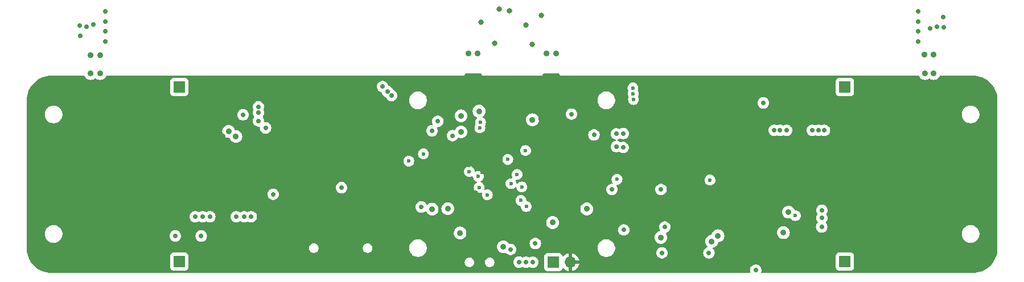
<source format=gbr>
%TF.GenerationSoftware,KiCad,Pcbnew,8.0.4*%
%TF.CreationDate,2024-11-30T13:52:58+01:00*%
%TF.ProjectId,ALL_PCBS,414c4c5f-5043-4425-932e-6b696361645f,rev?*%
%TF.SameCoordinates,Original*%
%TF.FileFunction,Copper,L3,Inr*%
%TF.FilePolarity,Positive*%
%FSLAX46Y46*%
G04 Gerber Fmt 4.6, Leading zero omitted, Abs format (unit mm)*
G04 Created by KiCad (PCBNEW 8.0.4) date 2024-11-30 13:52:58*
%MOMM*%
%LPD*%
G01*
G04 APERTURE LIST*
%TA.AperFunction,ComponentPad*%
%ADD10R,1.700000X1.700000*%
%TD*%
%TA.AperFunction,ComponentPad*%
%ADD11O,1.700000X1.700000*%
%TD*%
%TA.AperFunction,ViaPad*%
%ADD12C,0.900000*%
%TD*%
%TA.AperFunction,ViaPad*%
%ADD13C,0.700000*%
%TD*%
%TA.AperFunction,ViaPad*%
%ADD14C,0.600000*%
%TD*%
%TA.AperFunction,ViaPad*%
%ADD15C,0.800000*%
%TD*%
G04 APERTURE END LIST*
D10*
%TO.N,Net-(P1-Pin_1)*%
%TO.C,P1*%
X212800000Y-106200000D03*
%TD*%
%TO.N,Net-(P4-Pin_1)*%
%TO.C,P4*%
X113800000Y-106200000D03*
%TD*%
%TO.N,Net-(P2-Pin_1)*%
%TO.C,P2*%
X212800000Y-132200000D03*
%TD*%
%TO.N,Net-(P3-Pin_1)*%
%TO.C,P3*%
X113800000Y-132200000D03*
%TD*%
%TO.N,VDC*%
%TO.C,+VIN-*%
X169410000Y-132290000D03*
D11*
%TO.N,GND*%
X171950000Y-132290000D03*
%TD*%
D12*
%TO.N,*%
X168400000Y-101200000D03*
X100600000Y-101500000D03*
X224600000Y-101400000D03*
X169800000Y-101200000D03*
X100600000Y-104200000D03*
X158200000Y-101200000D03*
X226000000Y-101400000D03*
X102000000Y-104200000D03*
X224700000Y-104200000D03*
X156800000Y-101200000D03*
X102000000Y-101500000D03*
X226000000Y-104200000D03*
D13*
%TO.N,GND*%
X116975000Y-119975000D03*
X133300000Y-110790000D03*
D12*
X187000000Y-111575000D03*
D14*
X157100000Y-128700000D03*
D13*
X119025000Y-120850000D03*
D12*
X169400000Y-119962347D03*
D14*
X157100000Y-127500000D03*
D12*
X154350000Y-127425000D03*
X207716000Y-127898000D03*
X206700000Y-124596000D03*
X126910000Y-119980000D03*
D13*
X117750000Y-119750000D03*
D12*
X179450000Y-121375000D03*
D14*
X156900000Y-117900000D03*
D13*
X207280000Y-117990000D03*
D15*
X161360000Y-94600000D03*
D13*
X126130000Y-114650000D03*
D12*
X169762500Y-108887500D03*
D15*
X166250000Y-99875000D03*
D13*
X158850000Y-105950000D03*
X199425000Y-105225000D03*
D15*
X158700000Y-96550000D03*
D12*
X153350000Y-115800000D03*
X169750000Y-111200000D03*
D13*
X170190000Y-125300000D03*
X208960000Y-117990000D03*
X119525000Y-110375000D03*
X119025000Y-119800000D03*
D12*
X167675571Y-111075026D03*
X154650000Y-129550000D03*
D13*
X144890000Y-110960000D03*
D12*
X164712653Y-112712653D03*
D13*
X144100000Y-111790000D03*
X172910000Y-117130000D03*
X223700000Y-96450000D03*
X133310000Y-109900000D03*
X142610000Y-112330000D03*
D12*
X120200000Y-113600000D03*
D13*
X120575000Y-105350000D03*
X174870000Y-120190000D03*
X206210000Y-117990000D03*
X133630000Y-114800000D03*
D12*
X157780000Y-122020000D03*
D13*
X102750000Y-97950000D03*
X98980000Y-97080000D03*
X227470000Y-97320000D03*
D12*
X178450000Y-127100000D03*
X198775000Y-117800000D03*
X157525000Y-123625000D03*
D13*
X142990000Y-121330000D03*
D14*
X158800000Y-118900000D03*
D13*
X193370000Y-132700000D03*
X209275000Y-130900000D03*
D12*
%TO.N,+3V3*%
X151400000Y-124400000D03*
X153725000Y-124325000D03*
X204414000Y-124850000D03*
X122200000Y-113575000D03*
D13*
X179810000Y-115210000D03*
X144740000Y-106880000D03*
D12*
X155550000Y-127950000D03*
X203652000Y-127898000D03*
D13*
X145350000Y-107480000D03*
X178830000Y-115080000D03*
X117050000Y-128400000D03*
X179820000Y-113140000D03*
X137900000Y-121200000D03*
X178830000Y-113190000D03*
D12*
X162000000Y-130000000D03*
X166325625Y-111099344D03*
D13*
X144010000Y-106150000D03*
X113190000Y-128390000D03*
X154430000Y-113450000D03*
D12*
X169325000Y-126400000D03*
D13*
X185990000Y-127070000D03*
X123275000Y-110350000D03*
D12*
%TO.N,NRST*%
X155700000Y-112900000D03*
D13*
%TO.N,VDC*%
X125575000Y-111250000D03*
X165380000Y-132300000D03*
X209340000Y-127060000D03*
X166380000Y-132300000D03*
X164330000Y-132280000D03*
X125575000Y-110000000D03*
X125575000Y-109175000D03*
X209375000Y-124560000D03*
X126625000Y-112300000D03*
X209360000Y-125720000D03*
%TO.N,+5V*%
X172125000Y-110250000D03*
X185590000Y-130910000D03*
D12*
X158388000Y-109812000D03*
D13*
X192570000Y-130920000D03*
D12*
X155700000Y-110500000D03*
D13*
%TO.N,ENC_L_B*%
X100000000Y-97200000D03*
X102750000Y-94950000D03*
X223700000Y-99450000D03*
D14*
X150100000Y-116175000D03*
D13*
X226450000Y-97200000D03*
%TO.N,ENC_L_A*%
X223700000Y-97950000D03*
X225450000Y-97500000D03*
X101000000Y-96900000D03*
X102750000Y-96450000D03*
D14*
X147925000Y-117250000D03*
%TO.N,ENC_R_B*%
X164037347Y-119237347D03*
%TO.N,ENC_R_A*%
X163125000Y-120600000D03*
%TO.N,I2C3_SCL*%
X158262500Y-119512500D03*
D15*
X167625000Y-95525000D03*
X165375000Y-96975000D03*
D14*
%TO.N,I2C3_SDA*%
X156925000Y-118800000D03*
%TO.N,I2C3_IMU_INT*%
X158400000Y-121175000D03*
D15*
X160675000Y-99700000D03*
X162900000Y-94875000D03*
D13*
%TO.N,Net-(Key_Button1-A)*%
X199530000Y-133490000D03*
%TO.N,Net-(P2-Pin_1)*%
X204100000Y-112660000D03*
X208850000Y-112660000D03*
X209750000Y-112660000D03*
X203150000Y-112660000D03*
X202270000Y-112660000D03*
X207970000Y-112660000D03*
%TO.N,Net-(P4-Pin_1)*%
X117240000Y-125530000D03*
X116150000Y-125530000D03*
X118330000Y-125530000D03*
X122280000Y-125530000D03*
X124490000Y-125530000D03*
X123460000Y-125540000D03*
D14*
%TO.N,SYS_JTCK_SWCLK*%
X181350000Y-108075000D03*
%TO.N,SYS_JTMS_SWDIO*%
X181300000Y-107200000D03*
%TO.N,SYS_JTDO_SWO*%
X181268769Y-106355595D03*
D13*
%TO.N,LED_1*%
X163075000Y-130400000D03*
%TO.N,LED_2*%
X151375000Y-112725000D03*
X152250000Y-111325000D03*
X149800000Y-124075000D03*
%TO.N,LED_3*%
X166750000Y-129525000D03*
X178150000Y-121475000D03*
X175475000Y-113350000D03*
D12*
%TO.N,ADC_IN2*%
X174400000Y-124370000D03*
D13*
%TO.N,LED_4*%
X200675000Y-108575000D03*
X179925000Y-127500000D03*
X185450000Y-121475000D03*
D12*
%TO.N,Net-(U7-KEY)*%
X185425000Y-128625000D03*
D14*
%TO.N,SENSOR11*%
X165400000Y-124000000D03*
X158500000Y-112300000D03*
%TO.N,SENSOR12*%
X158593413Y-111493413D03*
X164600000Y-123100000D03*
%TO.N,BOOT0*%
X159604722Y-122275000D03*
X162650000Y-117000000D03*
X165300000Y-115675000D03*
%TO.N,Motor_STBY*%
X164750000Y-121100000D03*
X205430000Y-125358000D03*
D13*
X127750000Y-122175000D03*
D14*
X178900000Y-119962347D03*
X192725000Y-120075000D03*
D12*
X121125000Y-112825000D03*
%TO.N,LPUART1_RX*%
X192970000Y-129200000D03*
%TO.N,LPUART1_TX*%
X193910000Y-128360000D03*
D13*
%TO.N,+3.3V*%
X223700000Y-94950000D03*
X227375000Y-95775000D03*
X99075000Y-98625000D03*
X102750000Y-99450000D03*
%TD*%
%TA.AperFunction,Conductor*%
%TO.N,GND*%
G36*
X158660790Y-104219685D02*
G01*
X158706545Y-104272489D01*
X158713525Y-104291904D01*
X158719978Y-104315986D01*
X158719982Y-104315995D01*
X158759535Y-104384504D01*
X158759539Y-104384509D01*
X158759540Y-104384511D01*
X158815489Y-104440460D01*
X158815491Y-104440461D01*
X158815495Y-104440464D01*
X158884004Y-104480017D01*
X158884011Y-104480021D01*
X158960438Y-104500500D01*
X158960440Y-104500500D01*
X167639560Y-104500500D01*
X167639562Y-104500500D01*
X167715989Y-104480021D01*
X167784511Y-104440460D01*
X167840460Y-104384511D01*
X167880021Y-104315989D01*
X167886475Y-104291904D01*
X167922841Y-104232245D01*
X167985688Y-104201717D01*
X168006249Y-104200000D01*
X170193751Y-104200000D01*
X170260790Y-104219685D01*
X170306545Y-104272489D01*
X170313525Y-104291904D01*
X170319978Y-104315986D01*
X170319982Y-104315995D01*
X170359535Y-104384504D01*
X170359539Y-104384509D01*
X170359540Y-104384511D01*
X170415489Y-104440460D01*
X170415491Y-104440461D01*
X170415495Y-104440464D01*
X170484004Y-104480017D01*
X170484011Y-104480021D01*
X170560438Y-104500500D01*
X170639562Y-104500500D01*
X223708537Y-104500500D01*
X223775576Y-104520185D01*
X223817895Y-104566047D01*
X223905862Y-104730623D01*
X223905864Y-104730626D01*
X224024642Y-104875357D01*
X224169373Y-104994135D01*
X224169376Y-104994137D01*
X224334497Y-105082395D01*
X224334499Y-105082396D01*
X224513666Y-105136746D01*
X224513668Y-105136747D01*
X224530374Y-105138392D01*
X224700000Y-105155099D01*
X224886331Y-105136747D01*
X225065501Y-105082396D01*
X225230625Y-104994136D01*
X225271336Y-104960725D01*
X225335644Y-104933413D01*
X225404512Y-104945204D01*
X225428661Y-104960723D01*
X225469375Y-104994136D01*
X225634499Y-105082396D01*
X225813666Y-105136746D01*
X225813668Y-105136747D01*
X225830374Y-105138392D01*
X226000000Y-105155099D01*
X226186331Y-105136747D01*
X226365501Y-105082396D01*
X226530625Y-104994136D01*
X226675357Y-104875357D01*
X226794136Y-104730625D01*
X226838135Y-104648308D01*
X226882105Y-104566047D01*
X226931067Y-104516203D01*
X226991463Y-104500500D01*
X231752405Y-104500500D01*
X231796949Y-104500500D01*
X231803032Y-104500648D01*
X232156532Y-104518015D01*
X232168640Y-104519208D01*
X232277576Y-104535367D01*
X232515717Y-104570692D01*
X232527635Y-104573062D01*
X232868008Y-104658321D01*
X232879646Y-104661852D01*
X233209996Y-104780054D01*
X233221237Y-104784710D01*
X233446857Y-104891419D01*
X233538433Y-104934731D01*
X233549150Y-104940459D01*
X233850102Y-105120843D01*
X233860217Y-105127601D01*
X234095538Y-105302127D01*
X234142049Y-105336622D01*
X234151455Y-105344342D01*
X234411436Y-105579974D01*
X234420025Y-105588563D01*
X234473293Y-105647335D01*
X234655657Y-105848544D01*
X234663377Y-105857950D01*
X234872396Y-106139779D01*
X234879156Y-106149897D01*
X235002444Y-106355591D01*
X235059533Y-106450837D01*
X235065270Y-106461570D01*
X235215289Y-106778762D01*
X235219945Y-106790003D01*
X235338147Y-107120353D01*
X235341680Y-107131998D01*
X235426934Y-107472351D01*
X235429308Y-107484287D01*
X235480791Y-107831359D01*
X235481984Y-107843468D01*
X235499351Y-108196966D01*
X235499500Y-108203051D01*
X235499500Y-130196948D01*
X235499351Y-130203033D01*
X235481984Y-130556531D01*
X235480791Y-130568640D01*
X235429308Y-130915712D01*
X235426934Y-130927648D01*
X235341680Y-131268001D01*
X235338147Y-131279646D01*
X235219945Y-131609996D01*
X235215289Y-131621237D01*
X235065270Y-131938429D01*
X235059533Y-131949162D01*
X234879156Y-132250102D01*
X234872396Y-132260220D01*
X234663377Y-132542049D01*
X234655657Y-132551455D01*
X234420033Y-132811428D01*
X234411428Y-132820033D01*
X234151455Y-133055657D01*
X234142049Y-133063377D01*
X233860220Y-133272396D01*
X233850102Y-133279156D01*
X233549162Y-133459533D01*
X233538429Y-133465270D01*
X233221237Y-133615289D01*
X233209996Y-133619945D01*
X232879646Y-133738147D01*
X232868001Y-133741680D01*
X232527648Y-133826934D01*
X232515712Y-133829308D01*
X232168640Y-133880791D01*
X232156531Y-133881984D01*
X231823016Y-133898369D01*
X231803031Y-133899351D01*
X231796949Y-133899500D01*
X200461885Y-133899500D01*
X200394846Y-133879815D01*
X200349091Y-133827011D01*
X200339147Y-133757853D01*
X200343952Y-133737187D01*
X200366497Y-133667803D01*
X200385185Y-133490000D01*
X200366497Y-133312197D01*
X200328244Y-133194468D01*
X200311252Y-133142170D01*
X200311249Y-133142164D01*
X200304515Y-133130500D01*
X200221859Y-132987335D01*
X200157199Y-132915523D01*
X200102235Y-132854478D01*
X200102232Y-132854476D01*
X200102231Y-132854475D01*
X200102230Y-132854474D01*
X199957593Y-132749388D01*
X199794267Y-132676671D01*
X199794265Y-132676670D01*
X199658576Y-132647829D01*
X199619391Y-132639500D01*
X199440609Y-132639500D01*
X199409954Y-132646015D01*
X199265733Y-132676670D01*
X199265728Y-132676672D01*
X199102408Y-132749387D01*
X198957768Y-132854475D01*
X198838140Y-132987336D01*
X198748750Y-133142164D01*
X198748747Y-133142170D01*
X198693504Y-133312192D01*
X198693503Y-133312194D01*
X198674815Y-133490000D01*
X198687983Y-133615289D01*
X198693503Y-133667803D01*
X198716046Y-133737183D01*
X198718041Y-133807023D01*
X198681961Y-133866856D01*
X198619260Y-133897684D01*
X198598115Y-133899500D01*
X94803051Y-133899500D01*
X94796968Y-133899351D01*
X94775811Y-133898311D01*
X94443468Y-133881984D01*
X94431359Y-133880791D01*
X94084287Y-133829308D01*
X94072351Y-133826934D01*
X93731998Y-133741680D01*
X93720353Y-133738147D01*
X93390003Y-133619945D01*
X93378762Y-133615289D01*
X93061570Y-133465270D01*
X93050842Y-133459535D01*
X92749897Y-133279156D01*
X92739779Y-133272396D01*
X92457950Y-133063377D01*
X92448544Y-133055657D01*
X92392804Y-133005138D01*
X92188563Y-132820025D01*
X92179974Y-132811436D01*
X91944342Y-132551455D01*
X91936622Y-132542049D01*
X91816425Y-132379982D01*
X91727601Y-132260217D01*
X91720843Y-132250102D01*
X91540459Y-131949150D01*
X91534729Y-131938429D01*
X91531766Y-131932165D01*
X91464528Y-131790000D01*
X91384710Y-131621237D01*
X91380054Y-131609996D01*
X91269899Y-131302135D01*
X112449500Y-131302135D01*
X112449500Y-133097870D01*
X112449501Y-133097876D01*
X112455908Y-133157483D01*
X112506202Y-133292328D01*
X112506206Y-133292335D01*
X112592452Y-133407544D01*
X112592455Y-133407547D01*
X112707664Y-133493793D01*
X112707671Y-133493797D01*
X112842517Y-133544091D01*
X112842516Y-133544091D01*
X112849444Y-133544835D01*
X112902127Y-133550500D01*
X114697872Y-133550499D01*
X114757483Y-133544091D01*
X114892331Y-133493796D01*
X115007546Y-133407546D01*
X115093796Y-133292331D01*
X115144091Y-133157483D01*
X115150500Y-133097873D01*
X115150500Y-132240017D01*
X156239500Y-132240017D01*
X156239500Y-132379982D01*
X156266802Y-132517237D01*
X156266805Y-132517249D01*
X156320361Y-132646546D01*
X156320363Y-132646550D01*
X156398114Y-132762912D01*
X156398120Y-132762920D01*
X156497079Y-132861879D01*
X156497087Y-132861885D01*
X156613449Y-132939636D01*
X156613453Y-132939638D01*
X156730220Y-132988004D01*
X156742755Y-132993196D01*
X156880017Y-133020499D01*
X156880021Y-133020500D01*
X156880022Y-133020500D01*
X157019979Y-133020500D01*
X157019980Y-133020499D01*
X157157245Y-132993196D01*
X157286548Y-132939637D01*
X157286550Y-132939636D01*
X157344341Y-132901020D01*
X157402917Y-132861882D01*
X157501882Y-132762917D01*
X157579637Y-132646548D01*
X157582557Y-132639500D01*
X157622922Y-132542049D01*
X157633196Y-132517245D01*
X157660500Y-132379978D01*
X157660500Y-132240022D01*
X157660499Y-132240017D01*
X159239500Y-132240017D01*
X159239500Y-132379982D01*
X159266802Y-132517237D01*
X159266805Y-132517249D01*
X159320361Y-132646546D01*
X159320363Y-132646550D01*
X159398114Y-132762912D01*
X159398120Y-132762920D01*
X159497079Y-132861879D01*
X159497087Y-132861885D01*
X159613449Y-132939636D01*
X159613453Y-132939638D01*
X159730220Y-132988004D01*
X159742755Y-132993196D01*
X159880017Y-133020499D01*
X159880021Y-133020500D01*
X159880022Y-133020500D01*
X160019979Y-133020500D01*
X160019980Y-133020499D01*
X160157245Y-132993196D01*
X160286548Y-132939637D01*
X160286550Y-132939636D01*
X160344341Y-132901020D01*
X160402917Y-132861882D01*
X160501882Y-132762917D01*
X160579637Y-132646548D01*
X160582557Y-132639500D01*
X160622922Y-132542049D01*
X160633196Y-132517245D01*
X160660500Y-132379978D01*
X160660500Y-132280000D01*
X163474815Y-132280000D01*
X163493503Y-132457805D01*
X163493504Y-132457807D01*
X163548747Y-132627829D01*
X163548750Y-132627835D01*
X163638141Y-132782665D01*
X163679812Y-132828946D01*
X163757764Y-132915521D01*
X163757767Y-132915523D01*
X163757770Y-132915526D01*
X163902407Y-133020612D01*
X164065733Y-133093329D01*
X164240609Y-133130500D01*
X164240610Y-133130500D01*
X164419389Y-133130500D01*
X164419391Y-133130500D01*
X164594267Y-133093329D01*
X164757593Y-133020612D01*
X164768349Y-133012796D01*
X164834151Y-132989316D01*
X164902206Y-133005138D01*
X164914116Y-133012792D01*
X164952407Y-133040612D01*
X165115733Y-133113329D01*
X165290609Y-133150500D01*
X165290610Y-133150500D01*
X165469389Y-133150500D01*
X165469391Y-133150500D01*
X165644267Y-133113329D01*
X165807593Y-133040612D01*
X165807597Y-133040608D01*
X165813224Y-133037361D01*
X165813904Y-133038539D01*
X165872911Y-133017480D01*
X165940966Y-133033300D01*
X165951783Y-133040252D01*
X165952402Y-133040609D01*
X165952404Y-133040610D01*
X165952407Y-133040612D01*
X166115733Y-133113329D01*
X166290609Y-133150500D01*
X166290610Y-133150500D01*
X166469389Y-133150500D01*
X166469391Y-133150500D01*
X166644267Y-133113329D01*
X166807593Y-133040612D01*
X166952230Y-132935526D01*
X167071859Y-132802665D01*
X167161250Y-132647835D01*
X167216497Y-132477803D01*
X167235185Y-132300000D01*
X167216497Y-132122197D01*
X167161250Y-131952165D01*
X167071859Y-131797335D01*
X167014228Y-131733329D01*
X166952235Y-131664478D01*
X166952232Y-131664476D01*
X166952231Y-131664475D01*
X166952230Y-131664474D01*
X166807593Y-131559388D01*
X166644267Y-131486671D01*
X166644265Y-131486670D01*
X166516594Y-131459533D01*
X166469391Y-131449500D01*
X166290609Y-131449500D01*
X166259954Y-131456015D01*
X166115733Y-131486670D01*
X166115728Y-131486672D01*
X165952408Y-131559388D01*
X165946775Y-131562640D01*
X165946097Y-131561465D01*
X165887064Y-131582521D01*
X165819012Y-131566687D01*
X165808207Y-131559742D01*
X165807597Y-131559390D01*
X165807593Y-131559388D01*
X165644267Y-131486671D01*
X165644265Y-131486670D01*
X165516594Y-131459533D01*
X165469391Y-131449500D01*
X165290609Y-131449500D01*
X165259954Y-131456015D01*
X165115733Y-131486670D01*
X165115728Y-131486672D01*
X164952408Y-131559388D01*
X164952404Y-131559390D01*
X164941648Y-131567205D01*
X164875841Y-131590684D01*
X164807788Y-131574858D01*
X164795878Y-131567204D01*
X164757594Y-131539389D01*
X164757593Y-131539388D01*
X164594267Y-131466671D01*
X164594265Y-131466670D01*
X164466594Y-131439533D01*
X164419391Y-131429500D01*
X164240609Y-131429500D01*
X164209954Y-131436015D01*
X164065733Y-131466670D01*
X164065728Y-131466672D01*
X163902408Y-131539387D01*
X163757768Y-131644475D01*
X163638140Y-131777336D01*
X163548750Y-131932164D01*
X163548747Y-131932170D01*
X163493504Y-132102192D01*
X163493503Y-132102194D01*
X163474815Y-132280000D01*
X160660500Y-132280000D01*
X160660500Y-132240022D01*
X160633196Y-132102755D01*
X160607202Y-132039999D01*
X160579638Y-131973453D01*
X160579636Y-131973449D01*
X160501885Y-131857087D01*
X160501879Y-131857079D01*
X160402920Y-131758120D01*
X160402912Y-131758114D01*
X160286550Y-131680363D01*
X160286546Y-131680361D01*
X160157249Y-131626805D01*
X160157237Y-131626802D01*
X160019982Y-131599500D01*
X160019978Y-131599500D01*
X159880022Y-131599500D01*
X159880017Y-131599500D01*
X159742762Y-131626802D01*
X159742750Y-131626805D01*
X159613453Y-131680361D01*
X159613449Y-131680363D01*
X159497087Y-131758114D01*
X159497079Y-131758120D01*
X159398120Y-131857079D01*
X159398114Y-131857087D01*
X159320363Y-131973449D01*
X159320361Y-131973453D01*
X159266805Y-132102750D01*
X159266802Y-132102762D01*
X159239500Y-132240017D01*
X157660499Y-132240017D01*
X157633196Y-132102755D01*
X157607202Y-132039999D01*
X157579638Y-131973453D01*
X157579636Y-131973449D01*
X157501885Y-131857087D01*
X157501879Y-131857079D01*
X157402920Y-131758120D01*
X157402912Y-131758114D01*
X157286550Y-131680363D01*
X157286546Y-131680361D01*
X157157249Y-131626805D01*
X157157237Y-131626802D01*
X157019982Y-131599500D01*
X157019978Y-131599500D01*
X156880022Y-131599500D01*
X156880017Y-131599500D01*
X156742762Y-131626802D01*
X156742750Y-131626805D01*
X156613453Y-131680361D01*
X156613449Y-131680363D01*
X156497087Y-131758114D01*
X156497079Y-131758120D01*
X156398120Y-131857079D01*
X156398114Y-131857087D01*
X156320363Y-131973449D01*
X156320361Y-131973453D01*
X156266805Y-132102750D01*
X156266802Y-132102762D01*
X156239500Y-132240017D01*
X115150500Y-132240017D01*
X115150499Y-131302128D01*
X115144091Y-131242517D01*
X115128081Y-131199593D01*
X115093797Y-131107671D01*
X115093793Y-131107664D01*
X115007547Y-130992455D01*
X115007544Y-130992452D01*
X114892335Y-130906206D01*
X114892328Y-130906202D01*
X114757482Y-130855908D01*
X114757483Y-130855908D01*
X114697883Y-130849501D01*
X114697881Y-130849500D01*
X114697873Y-130849500D01*
X114697864Y-130849500D01*
X112902129Y-130849500D01*
X112902123Y-130849501D01*
X112842516Y-130855908D01*
X112707671Y-130906202D01*
X112707664Y-130906206D01*
X112592455Y-130992452D01*
X112592452Y-130992455D01*
X112506206Y-131107664D01*
X112506202Y-131107671D01*
X112455908Y-131242517D01*
X112451917Y-131279646D01*
X112449501Y-131302123D01*
X112449500Y-131302135D01*
X91269899Y-131302135D01*
X91269896Y-131302127D01*
X91261851Y-131279644D01*
X91258319Y-131268001D01*
X91173062Y-130927635D01*
X91170691Y-130915712D01*
X91169280Y-130906202D01*
X91131709Y-130652917D01*
X91119208Y-130568640D01*
X91118015Y-130556530D01*
X91117033Y-130536550D01*
X91103143Y-130253802D01*
X91100649Y-130203032D01*
X91100500Y-130196948D01*
X91100500Y-130130017D01*
X133089500Y-130130017D01*
X133089500Y-130269982D01*
X133116802Y-130407237D01*
X133116805Y-130407249D01*
X133170361Y-130536546D01*
X133170363Y-130536550D01*
X133248114Y-130652912D01*
X133248120Y-130652920D01*
X133347079Y-130751879D01*
X133347087Y-130751885D01*
X133463449Y-130829636D01*
X133463453Y-130829638D01*
X133592750Y-130883194D01*
X133592755Y-130883196D01*
X133708435Y-130906206D01*
X133730017Y-130910499D01*
X133730021Y-130910500D01*
X133730022Y-130910500D01*
X133869979Y-130910500D01*
X133869980Y-130910499D01*
X134007245Y-130883196D01*
X134136548Y-130829637D01*
X134136550Y-130829636D01*
X134194341Y-130791020D01*
X134252917Y-130751882D01*
X134351882Y-130652917D01*
X134408194Y-130568640D01*
X134429636Y-130536550D01*
X134429638Y-130536546D01*
X134479016Y-130417336D01*
X134483196Y-130407245D01*
X134510500Y-130269978D01*
X134510500Y-130130022D01*
X134510499Y-130130017D01*
X141089500Y-130130017D01*
X141089500Y-130269982D01*
X141116802Y-130407237D01*
X141116805Y-130407249D01*
X141170361Y-130536546D01*
X141170363Y-130536550D01*
X141248114Y-130652912D01*
X141248120Y-130652920D01*
X141347079Y-130751879D01*
X141347087Y-130751885D01*
X141463449Y-130829636D01*
X141463453Y-130829638D01*
X141592750Y-130883194D01*
X141592755Y-130883196D01*
X141708435Y-130906206D01*
X141730017Y-130910499D01*
X141730021Y-130910500D01*
X141730022Y-130910500D01*
X141869979Y-130910500D01*
X141869980Y-130910499D01*
X142007245Y-130883196D01*
X142136548Y-130829637D01*
X142136550Y-130829636D01*
X142194341Y-130791020D01*
X142252917Y-130751882D01*
X142351882Y-130652917D01*
X142408194Y-130568640D01*
X142429636Y-130536550D01*
X142429638Y-130536546D01*
X142479016Y-130417336D01*
X142483196Y-130407245D01*
X142510500Y-130269978D01*
X142510500Y-130130022D01*
X142503904Y-130096861D01*
X147989500Y-130096861D01*
X147989500Y-130303138D01*
X148021769Y-130506877D01*
X148021769Y-130506880D01*
X148085510Y-130703054D01*
X148150008Y-130829638D01*
X148179160Y-130886852D01*
X148300407Y-131053733D01*
X148446267Y-131199593D01*
X148613148Y-131320840D01*
X148753057Y-131392127D01*
X148796945Y-131414489D01*
X148993120Y-131478230D01*
X148993121Y-131478230D01*
X148993124Y-131478231D01*
X149196861Y-131510500D01*
X149196862Y-131510500D01*
X149403138Y-131510500D01*
X149403139Y-131510500D01*
X149606876Y-131478231D01*
X149606879Y-131478230D01*
X149606880Y-131478230D01*
X149803054Y-131414489D01*
X149803054Y-131414488D01*
X149803057Y-131414488D01*
X149846927Y-131392135D01*
X168059500Y-131392135D01*
X168059500Y-133187870D01*
X168059501Y-133187876D01*
X168065908Y-133247483D01*
X168116202Y-133382328D01*
X168116206Y-133382335D01*
X168202452Y-133497544D01*
X168202455Y-133497547D01*
X168317664Y-133583793D01*
X168317671Y-133583797D01*
X168452517Y-133634091D01*
X168452516Y-133634091D01*
X168459444Y-133634835D01*
X168512127Y-133640500D01*
X170307872Y-133640499D01*
X170367483Y-133634091D01*
X170502331Y-133583796D01*
X170617546Y-133497546D01*
X170703796Y-133382331D01*
X170753002Y-133250401D01*
X170794872Y-133194468D01*
X170860337Y-133170050D01*
X170928610Y-133184901D01*
X170956865Y-133206053D01*
X171078917Y-133328105D01*
X171272421Y-133463600D01*
X171486507Y-133563429D01*
X171486516Y-133563433D01*
X171700000Y-133620634D01*
X171700000Y-132723012D01*
X171757007Y-132755925D01*
X171884174Y-132790000D01*
X172015826Y-132790000D01*
X172142993Y-132755925D01*
X172200000Y-132723012D01*
X172200000Y-133620633D01*
X172413483Y-133563433D01*
X172413492Y-133563429D01*
X172627578Y-133463600D01*
X172821082Y-133328105D01*
X172988105Y-133161082D01*
X173123600Y-132967578D01*
X173223429Y-132753492D01*
X173223432Y-132753486D01*
X173280636Y-132540000D01*
X172383012Y-132540000D01*
X172415925Y-132482993D01*
X172450000Y-132355826D01*
X172450000Y-132224174D01*
X172415925Y-132097007D01*
X172383012Y-132040000D01*
X173280636Y-132040000D01*
X173280635Y-132039999D01*
X173223432Y-131826513D01*
X173223429Y-131826507D01*
X173123600Y-131612422D01*
X173123599Y-131612420D01*
X172988113Y-131418926D01*
X172988108Y-131418920D01*
X172821082Y-131251894D01*
X172627578Y-131116399D01*
X172413492Y-131016570D01*
X172413486Y-131016567D01*
X172200000Y-130959364D01*
X172200000Y-131856988D01*
X172142993Y-131824075D01*
X172015826Y-131790000D01*
X171884174Y-131790000D01*
X171757007Y-131824075D01*
X171700000Y-131856988D01*
X171700000Y-130959364D01*
X171699999Y-130959364D01*
X171486513Y-131016567D01*
X171486507Y-131016570D01*
X171272422Y-131116399D01*
X171272420Y-131116400D01*
X171078926Y-131251886D01*
X170956865Y-131373947D01*
X170895542Y-131407431D01*
X170825850Y-131402447D01*
X170769917Y-131360575D01*
X170753002Y-131329598D01*
X170742756Y-131302128D01*
X170703796Y-131197669D01*
X170703795Y-131197668D01*
X170703793Y-131197664D01*
X170617547Y-131082455D01*
X170617544Y-131082452D01*
X170502335Y-130996206D01*
X170502328Y-130996202D01*
X170367482Y-130945908D01*
X170367483Y-130945908D01*
X170307883Y-130939501D01*
X170307881Y-130939500D01*
X170307873Y-130939500D01*
X170307864Y-130939500D01*
X168512129Y-130939500D01*
X168512123Y-130939501D01*
X168452516Y-130945908D01*
X168317671Y-130996202D01*
X168317664Y-130996206D01*
X168202455Y-131082452D01*
X168202452Y-131082455D01*
X168116206Y-131197664D01*
X168116202Y-131197671D01*
X168065908Y-131332517D01*
X168059501Y-131392116D01*
X168059500Y-131392135D01*
X149846927Y-131392135D01*
X149986852Y-131320840D01*
X150153733Y-131199593D01*
X150299593Y-131053733D01*
X150420840Y-130886852D01*
X150514488Y-130703057D01*
X150523488Y-130675357D01*
X150578230Y-130506880D01*
X150578230Y-130506879D01*
X150578231Y-130506876D01*
X150610500Y-130303139D01*
X150610500Y-130096861D01*
X150595159Y-130000000D01*
X161044901Y-130000000D01*
X161063252Y-130186331D01*
X161063253Y-130186333D01*
X161117604Y-130365502D01*
X161205862Y-130530623D01*
X161205864Y-130530626D01*
X161324642Y-130675357D01*
X161469373Y-130794135D01*
X161469376Y-130794137D01*
X161572954Y-130849500D01*
X161634499Y-130882396D01*
X161783674Y-130927648D01*
X161813666Y-130936746D01*
X161813668Y-130936747D01*
X161830374Y-130938392D01*
X162000000Y-130955099D01*
X162186331Y-130936747D01*
X162289608Y-130905417D01*
X162359474Y-130904794D01*
X162417753Y-130941106D01*
X162502764Y-131035521D01*
X162502767Y-131035523D01*
X162502770Y-131035526D01*
X162647407Y-131140612D01*
X162810733Y-131213329D01*
X162985609Y-131250500D01*
X162985610Y-131250500D01*
X163164389Y-131250500D01*
X163164391Y-131250500D01*
X163339267Y-131213329D01*
X163502593Y-131140612D01*
X163647230Y-131035526D01*
X163766859Y-130902665D01*
X163856250Y-130747835D01*
X163911497Y-130577803D01*
X163930185Y-130400000D01*
X163911497Y-130222197D01*
X163861883Y-130069500D01*
X163856252Y-130052170D01*
X163856249Y-130052164D01*
X163766859Y-129897335D01*
X163691523Y-129813666D01*
X163647235Y-129764478D01*
X163647232Y-129764476D01*
X163647231Y-129764475D01*
X163647230Y-129764474D01*
X163502593Y-129659388D01*
X163339267Y-129586671D01*
X163339265Y-129586670D01*
X163206681Y-129558489D01*
X163164391Y-129549500D01*
X162985609Y-129549500D01*
X162951215Y-129556810D01*
X162943318Y-129558489D01*
X162873651Y-129553171D01*
X162836391Y-129525000D01*
X165894815Y-129525000D01*
X165913503Y-129702805D01*
X165913504Y-129702807D01*
X165968747Y-129872829D01*
X165968750Y-129872835D01*
X166058141Y-130027665D01*
X166095810Y-130069500D01*
X166177764Y-130160521D01*
X166177767Y-130160523D01*
X166177770Y-130160526D01*
X166322407Y-130265612D01*
X166485733Y-130338329D01*
X166660609Y-130375500D01*
X166660610Y-130375500D01*
X166839389Y-130375500D01*
X166839391Y-130375500D01*
X167014267Y-130338329D01*
X167177593Y-130265612D01*
X167322230Y-130160526D01*
X167329543Y-130152405D01*
X167349697Y-130130021D01*
X167379554Y-130096861D01*
X175989500Y-130096861D01*
X175989500Y-130303138D01*
X176021769Y-130506877D01*
X176021769Y-130506880D01*
X176085510Y-130703054D01*
X176150008Y-130829638D01*
X176179160Y-130886852D01*
X176300407Y-131053733D01*
X176446267Y-131199593D01*
X176613148Y-131320840D01*
X176753057Y-131392127D01*
X176796945Y-131414489D01*
X176993120Y-131478230D01*
X176993121Y-131478230D01*
X176993124Y-131478231D01*
X177196861Y-131510500D01*
X177196862Y-131510500D01*
X177403138Y-131510500D01*
X177403139Y-131510500D01*
X177606876Y-131478231D01*
X177606879Y-131478230D01*
X177606880Y-131478230D01*
X177803054Y-131414489D01*
X177803054Y-131414488D01*
X177803057Y-131414488D01*
X177986852Y-131320840D01*
X178153733Y-131199593D01*
X178299593Y-131053733D01*
X178404022Y-130910000D01*
X184734815Y-130910000D01*
X184753503Y-131087805D01*
X184753504Y-131087807D01*
X184808747Y-131257829D01*
X184808750Y-131257835D01*
X184898141Y-131412665D01*
X184939812Y-131458946D01*
X185017764Y-131545521D01*
X185017767Y-131545523D01*
X185017770Y-131545526D01*
X185162407Y-131650612D01*
X185325733Y-131723329D01*
X185500609Y-131760500D01*
X185500610Y-131760500D01*
X185679389Y-131760500D01*
X185679391Y-131760500D01*
X185854267Y-131723329D01*
X186017593Y-131650612D01*
X186162230Y-131545526D01*
X186281859Y-131412665D01*
X186371250Y-131257835D01*
X186426497Y-131087803D01*
X186444134Y-130920000D01*
X191714815Y-130920000D01*
X191733503Y-131097805D01*
X191733504Y-131097807D01*
X191788747Y-131267829D01*
X191788750Y-131267835D01*
X191878141Y-131422665D01*
X191917763Y-131466670D01*
X191997764Y-131555521D01*
X191997767Y-131555523D01*
X191997770Y-131555526D01*
X192142407Y-131660612D01*
X192305733Y-131733329D01*
X192480609Y-131770500D01*
X192480610Y-131770500D01*
X192659389Y-131770500D01*
X192659391Y-131770500D01*
X192834267Y-131733329D01*
X192997593Y-131660612D01*
X193142230Y-131555526D01*
X193261859Y-131422665D01*
X193331447Y-131302135D01*
X211449500Y-131302135D01*
X211449500Y-133097870D01*
X211449501Y-133097876D01*
X211455908Y-133157483D01*
X211506202Y-133292328D01*
X211506206Y-133292335D01*
X211592452Y-133407544D01*
X211592455Y-133407547D01*
X211707664Y-133493793D01*
X211707671Y-133493797D01*
X211842517Y-133544091D01*
X211842516Y-133544091D01*
X211849444Y-133544835D01*
X211902127Y-133550500D01*
X213697872Y-133550499D01*
X213757483Y-133544091D01*
X213892331Y-133493796D01*
X214007546Y-133407546D01*
X214093796Y-133292331D01*
X214144091Y-133157483D01*
X214150500Y-133097873D01*
X214150499Y-131302128D01*
X214144091Y-131242517D01*
X214128081Y-131199593D01*
X214093797Y-131107671D01*
X214093793Y-131107664D01*
X214007547Y-130992455D01*
X214007544Y-130992452D01*
X213892335Y-130906206D01*
X213892328Y-130906202D01*
X213757482Y-130855908D01*
X213757483Y-130855908D01*
X213697883Y-130849501D01*
X213697881Y-130849500D01*
X213697873Y-130849500D01*
X213697864Y-130849500D01*
X211902129Y-130849500D01*
X211902123Y-130849501D01*
X211842516Y-130855908D01*
X211707671Y-130906202D01*
X211707664Y-130906206D01*
X211592455Y-130992452D01*
X211592452Y-130992455D01*
X211506206Y-131107664D01*
X211506202Y-131107671D01*
X211455908Y-131242517D01*
X211451917Y-131279646D01*
X211449501Y-131302123D01*
X211449500Y-131302135D01*
X193331447Y-131302135D01*
X193351250Y-131267835D01*
X193406497Y-131097803D01*
X193425185Y-130920000D01*
X193406497Y-130742197D01*
X193377486Y-130652912D01*
X193351252Y-130572170D01*
X193351249Y-130572164D01*
X193261859Y-130417335D01*
X193215012Y-130365306D01*
X193171332Y-130316794D01*
X193141102Y-130253802D01*
X193149728Y-130184467D01*
X193194469Y-130130802D01*
X193227481Y-130115163D01*
X193335501Y-130082396D01*
X193392062Y-130052164D01*
X193500623Y-129994137D01*
X193500626Y-129994135D01*
X193645357Y-129875357D01*
X193764135Y-129730626D01*
X193764137Y-129730623D01*
X193852394Y-129565505D01*
X193852395Y-129565502D01*
X193852396Y-129565501D01*
X193904870Y-129392517D01*
X193943166Y-129334082D01*
X194006978Y-129305626D01*
X194011330Y-129305118D01*
X194087520Y-129297614D01*
X194096332Y-129296747D01*
X194150683Y-129280259D01*
X194275501Y-129242396D01*
X194440625Y-129154136D01*
X194585357Y-129035357D01*
X194704136Y-128890625D01*
X194792396Y-128725501D01*
X194846747Y-128546331D01*
X194865099Y-128360000D01*
X194846747Y-128173669D01*
X194792396Y-127994499D01*
X194740817Y-127898000D01*
X202696901Y-127898000D01*
X202715252Y-128084331D01*
X202715253Y-128084333D01*
X202769604Y-128263502D01*
X202857862Y-128428623D01*
X202857864Y-128428626D01*
X202976642Y-128573357D01*
X203121373Y-128692135D01*
X203121376Y-128692137D01*
X203225570Y-128747829D01*
X203286499Y-128780396D01*
X203465666Y-128834746D01*
X203465668Y-128834747D01*
X203482374Y-128836392D01*
X203652000Y-128853099D01*
X203838331Y-128834747D01*
X204017501Y-128780396D01*
X204182625Y-128692136D01*
X204327357Y-128573357D01*
X204446136Y-128428625D01*
X204534396Y-128263501D01*
X204588747Y-128084331D01*
X204597362Y-127996861D01*
X230189500Y-127996861D01*
X230189500Y-128203139D01*
X230199061Y-128263502D01*
X230221769Y-128406877D01*
X230221769Y-128406880D01*
X230285510Y-128603054D01*
X230377904Y-128784387D01*
X230379160Y-128786852D01*
X230500407Y-128953733D01*
X230646267Y-129099593D01*
X230813148Y-129220840D01*
X230979550Y-129305626D01*
X230996945Y-129314489D01*
X231193120Y-129378230D01*
X231193121Y-129378230D01*
X231193124Y-129378231D01*
X231396861Y-129410500D01*
X231396862Y-129410500D01*
X231603138Y-129410500D01*
X231603139Y-129410500D01*
X231806876Y-129378231D01*
X231806879Y-129378230D01*
X231806880Y-129378230D01*
X232003054Y-129314489D01*
X232003054Y-129314488D01*
X232003057Y-129314488D01*
X232186852Y-129220840D01*
X232353733Y-129099593D01*
X232499593Y-128953733D01*
X232620840Y-128786852D01*
X232714488Y-128603057D01*
X232771164Y-128428626D01*
X232778230Y-128406880D01*
X232778230Y-128406879D01*
X232778231Y-128406876D01*
X232810500Y-128203139D01*
X232810500Y-127996861D01*
X232778231Y-127793124D01*
X232778230Y-127793120D01*
X232778230Y-127793119D01*
X232714489Y-127596945D01*
X232698651Y-127565862D01*
X232620840Y-127413148D01*
X232499593Y-127246267D01*
X232353733Y-127100407D01*
X232186852Y-126979160D01*
X232003054Y-126885510D01*
X231806879Y-126821769D01*
X231654073Y-126797567D01*
X231603139Y-126789500D01*
X231396861Y-126789500D01*
X231328948Y-126800256D01*
X231193122Y-126821769D01*
X231193119Y-126821769D01*
X230996945Y-126885510D01*
X230813147Y-126979160D01*
X230646265Y-127100408D01*
X230500408Y-127246265D01*
X230379160Y-127413147D01*
X230285510Y-127596945D01*
X230221769Y-127793119D01*
X230221769Y-127793122D01*
X230207482Y-127883329D01*
X230189500Y-127996861D01*
X204597362Y-127996861D01*
X204607099Y-127898000D01*
X204588747Y-127711669D01*
X204534396Y-127532499D01*
X204505054Y-127477604D01*
X204446137Y-127367376D01*
X204446135Y-127367373D01*
X204327357Y-127222642D01*
X204182626Y-127103864D01*
X204182623Y-127103862D01*
X204100562Y-127060000D01*
X208484815Y-127060000D01*
X208503503Y-127237805D01*
X208503504Y-127237807D01*
X208558747Y-127407829D01*
X208558750Y-127407835D01*
X208648141Y-127562665D01*
X208669757Y-127586672D01*
X208767764Y-127695521D01*
X208767767Y-127695523D01*
X208767770Y-127695526D01*
X208912407Y-127800612D01*
X209075733Y-127873329D01*
X209250609Y-127910500D01*
X209250610Y-127910500D01*
X209429389Y-127910500D01*
X209429391Y-127910500D01*
X209604267Y-127873329D01*
X209767593Y-127800612D01*
X209912230Y-127695526D01*
X209928185Y-127677807D01*
X209944770Y-127659387D01*
X210031859Y-127562665D01*
X210121250Y-127407835D01*
X210176497Y-127237803D01*
X210195185Y-127060000D01*
X210176497Y-126882197D01*
X210136594Y-126759388D01*
X210121252Y-126712170D01*
X210121249Y-126712164D01*
X210106531Y-126686672D01*
X210031859Y-126557335D01*
X209965897Y-126484077D01*
X209935668Y-126421088D01*
X209944292Y-126351752D01*
X209965895Y-126318136D01*
X210051859Y-126222665D01*
X210141250Y-126067835D01*
X210196497Y-125897803D01*
X210215185Y-125720000D01*
X210196497Y-125542197D01*
X210168873Y-125457181D01*
X210141252Y-125372170D01*
X210141249Y-125372164D01*
X210133073Y-125358003D01*
X210077500Y-125261746D01*
X210048610Y-125211707D01*
X210051125Y-125210254D01*
X210031906Y-125156370D01*
X210047739Y-125088318D01*
X210063556Y-125066333D01*
X210066859Y-125062665D01*
X210156250Y-124907835D01*
X210211497Y-124737803D01*
X210230185Y-124560000D01*
X210211497Y-124382197D01*
X210183873Y-124297181D01*
X210156252Y-124212170D01*
X210156249Y-124212164D01*
X210066859Y-124057335D01*
X209986065Y-123967604D01*
X209947235Y-123924478D01*
X209947232Y-123924476D01*
X209947231Y-123924475D01*
X209947230Y-123924474D01*
X209802593Y-123819388D01*
X209639267Y-123746671D01*
X209639265Y-123746670D01*
X209511594Y-123719533D01*
X209464391Y-123709500D01*
X209285609Y-123709500D01*
X209254954Y-123716015D01*
X209110733Y-123746670D01*
X209110728Y-123746672D01*
X208947408Y-123819387D01*
X208802768Y-123924475D01*
X208683140Y-124057336D01*
X208593750Y-124212164D01*
X208593747Y-124212170D01*
X208538504Y-124382192D01*
X208538503Y-124382194D01*
X208519815Y-124560000D01*
X208538503Y-124737805D01*
X208538504Y-124737807D01*
X208593747Y-124907829D01*
X208593750Y-124907835D01*
X208686390Y-125068293D01*
X208683882Y-125069740D01*
X208703096Y-125123684D01*
X208687232Y-125191729D01*
X208671447Y-125213663D01*
X208668142Y-125217333D01*
X208668138Y-125217338D01*
X208578750Y-125372164D01*
X208578747Y-125372170D01*
X208523504Y-125542192D01*
X208523503Y-125542194D01*
X208504815Y-125720000D01*
X208523503Y-125897805D01*
X208523504Y-125897807D01*
X208578747Y-126067829D01*
X208578750Y-126067835D01*
X208666313Y-126219500D01*
X208668141Y-126222665D01*
X208734101Y-126295921D01*
X208764331Y-126358912D01*
X208755707Y-126428247D01*
X208734102Y-126461865D01*
X208648140Y-126557335D01*
X208558750Y-126712164D01*
X208558747Y-126712170D01*
X208503504Y-126882192D01*
X208503503Y-126882194D01*
X208484815Y-127060000D01*
X204100562Y-127060000D01*
X204017502Y-127015604D01*
X203838333Y-126961253D01*
X203838331Y-126961252D01*
X203652000Y-126942901D01*
X203465668Y-126961252D01*
X203465666Y-126961253D01*
X203286497Y-127015604D01*
X203121376Y-127103862D01*
X203121373Y-127103864D01*
X202976642Y-127222642D01*
X202857864Y-127367373D01*
X202857862Y-127367376D01*
X202769604Y-127532497D01*
X202715253Y-127711666D01*
X202715252Y-127711668D01*
X202696901Y-127898000D01*
X194740817Y-127898000D01*
X194735116Y-127887335D01*
X194704137Y-127829376D01*
X194704135Y-127829373D01*
X194585357Y-127684642D01*
X194440626Y-127565864D01*
X194440623Y-127565862D01*
X194275502Y-127477604D01*
X194096333Y-127423253D01*
X194096331Y-127423252D01*
X193910000Y-127404901D01*
X193723668Y-127423252D01*
X193723666Y-127423253D01*
X193544497Y-127477604D01*
X193379376Y-127565862D01*
X193379373Y-127565864D01*
X193234642Y-127684642D01*
X193115864Y-127829373D01*
X193115862Y-127829376D01*
X193027604Y-127994497D01*
X192975130Y-128167478D01*
X192936833Y-128225916D01*
X192873020Y-128254373D01*
X192868625Y-128254885D01*
X192783667Y-128263253D01*
X192783666Y-128263253D01*
X192604497Y-128317604D01*
X192439376Y-128405862D01*
X192439373Y-128405864D01*
X192294642Y-128524642D01*
X192175864Y-128669373D01*
X192175862Y-128669376D01*
X192087604Y-128834497D01*
X192033253Y-129013666D01*
X192033252Y-129013668D01*
X192014901Y-129200000D01*
X192033252Y-129386331D01*
X192033253Y-129386333D01*
X192087604Y-129565502D01*
X192175862Y-129730623D01*
X192175864Y-129730626D01*
X192294642Y-129875357D01*
X192325993Y-129901086D01*
X192365327Y-129958832D01*
X192367198Y-130028676D01*
X192331010Y-130088445D01*
X192297764Y-130110218D01*
X192142408Y-130179387D01*
X191997768Y-130284475D01*
X191878140Y-130417336D01*
X191788750Y-130572164D01*
X191788747Y-130572170D01*
X191733504Y-130742192D01*
X191733503Y-130742194D01*
X191714815Y-130920000D01*
X186444134Y-130920000D01*
X186445185Y-130910000D01*
X186426497Y-130732197D01*
X186398873Y-130647181D01*
X186371252Y-130562170D01*
X186371249Y-130562164D01*
X186367997Y-130556531D01*
X186281859Y-130407335D01*
X186219726Y-130338329D01*
X186162235Y-130274478D01*
X186162232Y-130274476D01*
X186162231Y-130274475D01*
X186162230Y-130274474D01*
X186017593Y-130169388D01*
X185854267Y-130096671D01*
X185854265Y-130096670D01*
X185726437Y-130069500D01*
X185679391Y-130059500D01*
X185500609Y-130059500D01*
X185469954Y-130066015D01*
X185325733Y-130096670D01*
X185325728Y-130096672D01*
X185162408Y-130169387D01*
X185017768Y-130274475D01*
X184898140Y-130407336D01*
X184808750Y-130562164D01*
X184808747Y-130562170D01*
X184753504Y-130732192D01*
X184753503Y-130732194D01*
X184734815Y-130910000D01*
X178404022Y-130910000D01*
X178420840Y-130886852D01*
X178514488Y-130703057D01*
X178523488Y-130675357D01*
X178578230Y-130506880D01*
X178578230Y-130506879D01*
X178578231Y-130506876D01*
X178610500Y-130303139D01*
X178610500Y-130096861D01*
X178578231Y-129893124D01*
X178578230Y-129893120D01*
X178578230Y-129893119D01*
X178514489Y-129696945D01*
X178495353Y-129659388D01*
X178420840Y-129513148D01*
X178299593Y-129346267D01*
X178153733Y-129200407D01*
X177986852Y-129079160D01*
X177919615Y-129044901D01*
X177803054Y-128985510D01*
X177606879Y-128921769D01*
X177454073Y-128897567D01*
X177403139Y-128889500D01*
X177196861Y-128889500D01*
X177128948Y-128900256D01*
X176993122Y-128921769D01*
X176993119Y-128921769D01*
X176796945Y-128985510D01*
X176613147Y-129079160D01*
X176446265Y-129200408D01*
X176300408Y-129346265D01*
X176179160Y-129513147D01*
X176085510Y-129696945D01*
X176021769Y-129893119D01*
X176021769Y-129893122D01*
X175989500Y-130096861D01*
X167379554Y-130096861D01*
X167441859Y-130027665D01*
X167531250Y-129872835D01*
X167586497Y-129702803D01*
X167605185Y-129525000D01*
X167586497Y-129347197D01*
X167545441Y-129220839D01*
X167531252Y-129177170D01*
X167531249Y-129177164D01*
X167518814Y-129155626D01*
X167441859Y-129022335D01*
X167380090Y-128953734D01*
X167322235Y-128889478D01*
X167322232Y-128889476D01*
X167322231Y-128889475D01*
X167322230Y-128889474D01*
X167177593Y-128784388D01*
X167014267Y-128711671D01*
X167014265Y-128711670D01*
X166886594Y-128684533D01*
X166839391Y-128674500D01*
X166660609Y-128674500D01*
X166629954Y-128681015D01*
X166485733Y-128711670D01*
X166485728Y-128711672D01*
X166322408Y-128784387D01*
X166177768Y-128889475D01*
X166058140Y-129022336D01*
X165968750Y-129177164D01*
X165968747Y-129177170D01*
X165913504Y-129347192D01*
X165913503Y-129347194D01*
X165894815Y-129525000D01*
X162836391Y-129525000D01*
X162817918Y-129511033D01*
X162808183Y-129495657D01*
X162794136Y-129469375D01*
X162752905Y-129419135D01*
X162675357Y-129324642D01*
X162530626Y-129205864D01*
X162530623Y-129205862D01*
X162365502Y-129117604D01*
X162186333Y-129063253D01*
X162186331Y-129063252D01*
X162000000Y-129044901D01*
X161813668Y-129063252D01*
X161813666Y-129063253D01*
X161634497Y-129117604D01*
X161469376Y-129205862D01*
X161469373Y-129205864D01*
X161324642Y-129324642D01*
X161205864Y-129469373D01*
X161205862Y-129469376D01*
X161117604Y-129634497D01*
X161063253Y-129813666D01*
X161063252Y-129813668D01*
X161044901Y-130000000D01*
X150595159Y-130000000D01*
X150578231Y-129893124D01*
X150578230Y-129893120D01*
X150578230Y-129893119D01*
X150514489Y-129696945D01*
X150495353Y-129659388D01*
X150420840Y-129513148D01*
X150299593Y-129346267D01*
X150153733Y-129200407D01*
X149986852Y-129079160D01*
X149919615Y-129044901D01*
X149803054Y-128985510D01*
X149606879Y-128921769D01*
X149454073Y-128897567D01*
X149403139Y-128889500D01*
X149196861Y-128889500D01*
X149128948Y-128900256D01*
X148993122Y-128921769D01*
X148993119Y-128921769D01*
X148796945Y-128985510D01*
X148613147Y-129079160D01*
X148446265Y-129200408D01*
X148300408Y-129346265D01*
X148179160Y-129513147D01*
X148085510Y-129696945D01*
X148021769Y-129893119D01*
X148021769Y-129893122D01*
X147989500Y-130096861D01*
X142503904Y-130096861D01*
X142483196Y-129992755D01*
X142469145Y-129958832D01*
X142429638Y-129863453D01*
X142429636Y-129863449D01*
X142351885Y-129747087D01*
X142351879Y-129747079D01*
X142252920Y-129648120D01*
X142252912Y-129648114D01*
X142136550Y-129570363D01*
X142136546Y-129570361D01*
X142007249Y-129516805D01*
X142007237Y-129516802D01*
X141869982Y-129489500D01*
X141869978Y-129489500D01*
X141730022Y-129489500D01*
X141730017Y-129489500D01*
X141592762Y-129516802D01*
X141592750Y-129516805D01*
X141463453Y-129570361D01*
X141463449Y-129570363D01*
X141347087Y-129648114D01*
X141347079Y-129648120D01*
X141248120Y-129747079D01*
X141248114Y-129747087D01*
X141170363Y-129863449D01*
X141170361Y-129863453D01*
X141116805Y-129992750D01*
X141116802Y-129992762D01*
X141089500Y-130130017D01*
X134510499Y-130130017D01*
X134483196Y-129992755D01*
X134469145Y-129958832D01*
X134429638Y-129863453D01*
X134429636Y-129863449D01*
X134351885Y-129747087D01*
X134351879Y-129747079D01*
X134252920Y-129648120D01*
X134252912Y-129648114D01*
X134136550Y-129570363D01*
X134136546Y-129570361D01*
X134007249Y-129516805D01*
X134007237Y-129516802D01*
X133869982Y-129489500D01*
X133869978Y-129489500D01*
X133730022Y-129489500D01*
X133730017Y-129489500D01*
X133592762Y-129516802D01*
X133592750Y-129516805D01*
X133463453Y-129570361D01*
X133463449Y-129570363D01*
X133347087Y-129648114D01*
X133347079Y-129648120D01*
X133248120Y-129747079D01*
X133248114Y-129747087D01*
X133170363Y-129863449D01*
X133170361Y-129863453D01*
X133116805Y-129992750D01*
X133116802Y-129992762D01*
X133089500Y-130130017D01*
X91100500Y-130130017D01*
X91100500Y-127996861D01*
X93789500Y-127996861D01*
X93789500Y-128203139D01*
X93799061Y-128263502D01*
X93821769Y-128406877D01*
X93821769Y-128406880D01*
X93885510Y-128603054D01*
X93977904Y-128784387D01*
X93979160Y-128786852D01*
X94100407Y-128953733D01*
X94246267Y-129099593D01*
X94413148Y-129220840D01*
X94579550Y-129305626D01*
X94596945Y-129314489D01*
X94793120Y-129378230D01*
X94793121Y-129378230D01*
X94793124Y-129378231D01*
X94996861Y-129410500D01*
X94996862Y-129410500D01*
X95203138Y-129410500D01*
X95203139Y-129410500D01*
X95406876Y-129378231D01*
X95406879Y-129378230D01*
X95406880Y-129378230D01*
X95603054Y-129314489D01*
X95603054Y-129314488D01*
X95603057Y-129314488D01*
X95786852Y-129220840D01*
X95953733Y-129099593D01*
X96099593Y-128953733D01*
X96220840Y-128786852D01*
X96314488Y-128603057D01*
X96371164Y-128428626D01*
X96378230Y-128406880D01*
X96378230Y-128406879D01*
X96378231Y-128406876D01*
X96380904Y-128390000D01*
X112334815Y-128390000D01*
X112353503Y-128567805D01*
X112353504Y-128567807D01*
X112408747Y-128737829D01*
X112408750Y-128737835D01*
X112498141Y-128892665D01*
X112539812Y-128938946D01*
X112617764Y-129025521D01*
X112617767Y-129025523D01*
X112617770Y-129025526D01*
X112762407Y-129130612D01*
X112925733Y-129203329D01*
X113100609Y-129240500D01*
X113100610Y-129240500D01*
X113279389Y-129240500D01*
X113279391Y-129240500D01*
X113454267Y-129203329D01*
X113617593Y-129130612D01*
X113762230Y-129025526D01*
X113765103Y-129022336D01*
X113798259Y-128985512D01*
X113881859Y-128892665D01*
X113971250Y-128737835D01*
X114026497Y-128567803D01*
X114044134Y-128400000D01*
X116194815Y-128400000D01*
X116213503Y-128577805D01*
X116213504Y-128577807D01*
X116268747Y-128747829D01*
X116268750Y-128747835D01*
X116358141Y-128902665D01*
X116399812Y-128948946D01*
X116477764Y-129035521D01*
X116477767Y-129035523D01*
X116477770Y-129035526D01*
X116622407Y-129140612D01*
X116785733Y-129213329D01*
X116960609Y-129250500D01*
X116960610Y-129250500D01*
X117139389Y-129250500D01*
X117139391Y-129250500D01*
X117314267Y-129213329D01*
X117477593Y-129140612D01*
X117622230Y-129035526D01*
X117622383Y-129035357D01*
X117667263Y-128985512D01*
X117741859Y-128902665D01*
X117831250Y-128747835D01*
X117886497Y-128577803D01*
X117905185Y-128400000D01*
X117886497Y-128222197D01*
X117841702Y-128084333D01*
X117831252Y-128052170D01*
X117831249Y-128052164D01*
X117825479Y-128042170D01*
X117772265Y-127950000D01*
X154594901Y-127950000D01*
X154613252Y-128136331D01*
X154613253Y-128136333D01*
X154667604Y-128315502D01*
X154755862Y-128480623D01*
X154755864Y-128480626D01*
X154874642Y-128625357D01*
X155019373Y-128744135D01*
X155019376Y-128744137D01*
X155184497Y-128832395D01*
X155184499Y-128832396D01*
X155363666Y-128886746D01*
X155363668Y-128886747D01*
X155380374Y-128888392D01*
X155550000Y-128905099D01*
X155736331Y-128886747D01*
X155915501Y-128832396D01*
X156080625Y-128744136D01*
X156225357Y-128625357D01*
X156225650Y-128625000D01*
X184469901Y-128625000D01*
X184488252Y-128811331D01*
X184488253Y-128811333D01*
X184542604Y-128990502D01*
X184630862Y-129155623D01*
X184630864Y-129155626D01*
X184749642Y-129300357D01*
X184894373Y-129419135D01*
X184894376Y-129419137D01*
X185037525Y-129495651D01*
X185059499Y-129507396D01*
X185210398Y-129553171D01*
X185238666Y-129561746D01*
X185238668Y-129561747D01*
X185255374Y-129563392D01*
X185425000Y-129580099D01*
X185611331Y-129561747D01*
X185790501Y-129507396D01*
X185955625Y-129419136D01*
X186100357Y-129300357D01*
X186219136Y-129155625D01*
X186307396Y-128990501D01*
X186361747Y-128811331D01*
X186380099Y-128625000D01*
X186361747Y-128438669D01*
X186307396Y-128259499D01*
X186277271Y-128203138D01*
X186219137Y-128094376D01*
X186219135Y-128094374D01*
X186204901Y-128077029D01*
X186177589Y-128012719D01*
X186189380Y-127943852D01*
X186236533Y-127892292D01*
X186250320Y-127885085D01*
X186254261Y-127883330D01*
X186254267Y-127883329D01*
X186417593Y-127810612D01*
X186562230Y-127705526D01*
X186569471Y-127697485D01*
X186603774Y-127659387D01*
X186681859Y-127572665D01*
X186771250Y-127417835D01*
X186826497Y-127247803D01*
X186845185Y-127070000D01*
X186826497Y-126892197D01*
X186771250Y-126722165D01*
X186681859Y-126567335D01*
X186606895Y-126484079D01*
X186562235Y-126434478D01*
X186562232Y-126434476D01*
X186562231Y-126434475D01*
X186562230Y-126434474D01*
X186417593Y-126329388D01*
X186254267Y-126256671D01*
X186254265Y-126256670D01*
X186126594Y-126229533D01*
X186079391Y-126219500D01*
X185900609Y-126219500D01*
X185885724Y-126222664D01*
X185725733Y-126256670D01*
X185725728Y-126256672D01*
X185562408Y-126329387D01*
X185417768Y-126434475D01*
X185298140Y-126567336D01*
X185208750Y-126722164D01*
X185208747Y-126722170D01*
X185153504Y-126892192D01*
X185153503Y-126892194D01*
X185134815Y-127070000D01*
X185153503Y-127247805D01*
X185153504Y-127247807D01*
X185208747Y-127417829D01*
X185208749Y-127417832D01*
X185208750Y-127417835D01*
X185243258Y-127477604D01*
X185267947Y-127520368D01*
X185284419Y-127588268D01*
X185261566Y-127654295D01*
X185206644Y-127697485D01*
X185196555Y-127701027D01*
X185059497Y-127742604D01*
X184894376Y-127830862D01*
X184894373Y-127830864D01*
X184749642Y-127949642D01*
X184630864Y-128094373D01*
X184630862Y-128094376D01*
X184542604Y-128259497D01*
X184488253Y-128438666D01*
X184488252Y-128438668D01*
X184469901Y-128625000D01*
X156225650Y-128625000D01*
X156344136Y-128480625D01*
X156432396Y-128315501D01*
X156486747Y-128136331D01*
X156505099Y-127950000D01*
X156486827Y-127764478D01*
X156486747Y-127763668D01*
X156486746Y-127763666D01*
X156470973Y-127711669D01*
X156432396Y-127584499D01*
X156426070Y-127572663D01*
X156387231Y-127500000D01*
X179069815Y-127500000D01*
X179088503Y-127677805D01*
X179088504Y-127677807D01*
X179143747Y-127847829D01*
X179143750Y-127847835D01*
X179233141Y-128002665D01*
X179242194Y-128012719D01*
X179352764Y-128135521D01*
X179352767Y-128135523D01*
X179352770Y-128135526D01*
X179497407Y-128240612D01*
X179660733Y-128313329D01*
X179835609Y-128350500D01*
X179835610Y-128350500D01*
X180014389Y-128350500D01*
X180014391Y-128350500D01*
X180189267Y-128313329D01*
X180352593Y-128240612D01*
X180497230Y-128135526D01*
X180616859Y-128002665D01*
X180706250Y-127847835D01*
X180761497Y-127677803D01*
X180780185Y-127500000D01*
X180761497Y-127322197D01*
X180729150Y-127222643D01*
X180706252Y-127152170D01*
X180706249Y-127152164D01*
X180676368Y-127100408D01*
X180616859Y-126997335D01*
X180556791Y-126930623D01*
X180497235Y-126864478D01*
X180497232Y-126864476D01*
X180497231Y-126864475D01*
X180497230Y-126864474D01*
X180352593Y-126759388D01*
X180189267Y-126686671D01*
X180189265Y-126686670D01*
X180061594Y-126659533D01*
X180014391Y-126649500D01*
X179835609Y-126649500D01*
X179804954Y-126656015D01*
X179660733Y-126686670D01*
X179660728Y-126686672D01*
X179497408Y-126759387D01*
X179352768Y-126864475D01*
X179233140Y-126997336D01*
X179143750Y-127152164D01*
X179143747Y-127152170D01*
X179088504Y-127322192D01*
X179088503Y-127322194D01*
X179069815Y-127500000D01*
X156387231Y-127500000D01*
X156344137Y-127419376D01*
X156344135Y-127419373D01*
X156225357Y-127274642D01*
X156080626Y-127155864D01*
X156080623Y-127155862D01*
X155915502Y-127067604D01*
X155736333Y-127013253D01*
X155736331Y-127013252D01*
X155550000Y-126994901D01*
X155363668Y-127013252D01*
X155363666Y-127013253D01*
X155184497Y-127067604D01*
X155019376Y-127155862D01*
X155019373Y-127155864D01*
X154874642Y-127274642D01*
X154755864Y-127419373D01*
X154755862Y-127419376D01*
X154667604Y-127584497D01*
X154613253Y-127763666D01*
X154613252Y-127763668D01*
X154594901Y-127950000D01*
X117772265Y-127950000D01*
X117741859Y-127897335D01*
X117682006Y-127830862D01*
X117622235Y-127764478D01*
X117622232Y-127764476D01*
X117622231Y-127764475D01*
X117622230Y-127764474D01*
X117477593Y-127659388D01*
X117314267Y-127586671D01*
X117314265Y-127586670D01*
X117186594Y-127559533D01*
X117139391Y-127549500D01*
X116960609Y-127549500D01*
X116929954Y-127556015D01*
X116785733Y-127586670D01*
X116785728Y-127586672D01*
X116622408Y-127659387D01*
X116477768Y-127764475D01*
X116358140Y-127897336D01*
X116268750Y-128052164D01*
X116268747Y-128052170D01*
X116213504Y-128222192D01*
X116213503Y-128222194D01*
X116194815Y-128400000D01*
X114044134Y-128400000D01*
X114045185Y-128390000D01*
X114026497Y-128212197D01*
X113998873Y-128127181D01*
X113971252Y-128042170D01*
X113971249Y-128042164D01*
X113954249Y-128012719D01*
X113881859Y-127887335D01*
X113829672Y-127829376D01*
X113762235Y-127754478D01*
X113762232Y-127754476D01*
X113762231Y-127754475D01*
X113762230Y-127754474D01*
X113617593Y-127649388D01*
X113454267Y-127576671D01*
X113454265Y-127576670D01*
X113326437Y-127549500D01*
X113279391Y-127539500D01*
X113100609Y-127539500D01*
X113069954Y-127546015D01*
X112925733Y-127576670D01*
X112925728Y-127576672D01*
X112762408Y-127649387D01*
X112617768Y-127754475D01*
X112498140Y-127887336D01*
X112408750Y-128042164D01*
X112408747Y-128042170D01*
X112353504Y-128212192D01*
X112353503Y-128212194D01*
X112334815Y-128390000D01*
X96380904Y-128390000D01*
X96410500Y-128203139D01*
X96410500Y-127996861D01*
X96378231Y-127793124D01*
X96378230Y-127793120D01*
X96378230Y-127793119D01*
X96314489Y-127596945D01*
X96298651Y-127565862D01*
X96220840Y-127413148D01*
X96099593Y-127246267D01*
X95953733Y-127100407D01*
X95786852Y-126979160D01*
X95603054Y-126885510D01*
X95406879Y-126821769D01*
X95254073Y-126797567D01*
X95203139Y-126789500D01*
X94996861Y-126789500D01*
X94928948Y-126800256D01*
X94793122Y-126821769D01*
X94793119Y-126821769D01*
X94596945Y-126885510D01*
X94413147Y-126979160D01*
X94246265Y-127100408D01*
X94100408Y-127246265D01*
X93979160Y-127413147D01*
X93885510Y-127596945D01*
X93821769Y-127793119D01*
X93821769Y-127793122D01*
X93807482Y-127883329D01*
X93789500Y-127996861D01*
X91100500Y-127996861D01*
X91100500Y-126400000D01*
X168369901Y-126400000D01*
X168388252Y-126586331D01*
X168388253Y-126586333D01*
X168442604Y-126765502D01*
X168530862Y-126930623D01*
X168530864Y-126930626D01*
X168649642Y-127075357D01*
X168794373Y-127194135D01*
X168794376Y-127194137D01*
X168894783Y-127247805D01*
X168959499Y-127282396D01*
X169138666Y-127336746D01*
X169138668Y-127336747D01*
X169155374Y-127338392D01*
X169325000Y-127355099D01*
X169511331Y-127336747D01*
X169690501Y-127282396D01*
X169855625Y-127194136D01*
X170000357Y-127075357D01*
X170119136Y-126930625D01*
X170207396Y-126765501D01*
X170261747Y-126586331D01*
X170280099Y-126400000D01*
X170261747Y-126213669D01*
X170207396Y-126034499D01*
X170182443Y-125987815D01*
X170119137Y-125869376D01*
X170119135Y-125869373D01*
X170000357Y-125724642D01*
X169855626Y-125605864D01*
X169855623Y-125605862D01*
X169690502Y-125517604D01*
X169511333Y-125463253D01*
X169511331Y-125463252D01*
X169325000Y-125444901D01*
X169138668Y-125463252D01*
X169138666Y-125463253D01*
X168959497Y-125517604D01*
X168794376Y-125605862D01*
X168794373Y-125605864D01*
X168649642Y-125724642D01*
X168530864Y-125869373D01*
X168530862Y-125869376D01*
X168442604Y-126034497D01*
X168388253Y-126213666D01*
X168388252Y-126213668D01*
X168369901Y-126400000D01*
X91100500Y-126400000D01*
X91100500Y-125530000D01*
X115294815Y-125530000D01*
X115313503Y-125707805D01*
X115313504Y-125707807D01*
X115368747Y-125877829D01*
X115368750Y-125877835D01*
X115458141Y-126032665D01*
X115499812Y-126078946D01*
X115577764Y-126165521D01*
X115577767Y-126165523D01*
X115577770Y-126165526D01*
X115722407Y-126270612D01*
X115885733Y-126343329D01*
X116060609Y-126380500D01*
X116060610Y-126380500D01*
X116239389Y-126380500D01*
X116239391Y-126380500D01*
X116414267Y-126343329D01*
X116577593Y-126270612D01*
X116622114Y-126238264D01*
X116687919Y-126214784D01*
X116755973Y-126230609D01*
X116767879Y-126238260D01*
X116812407Y-126270612D01*
X116975733Y-126343329D01*
X117150609Y-126380500D01*
X117150610Y-126380500D01*
X117329389Y-126380500D01*
X117329391Y-126380500D01*
X117504267Y-126343329D01*
X117667593Y-126270612D01*
X117712114Y-126238264D01*
X117777919Y-126214784D01*
X117845973Y-126230609D01*
X117857879Y-126238260D01*
X117902407Y-126270612D01*
X118065733Y-126343329D01*
X118240609Y-126380500D01*
X118240610Y-126380500D01*
X118419389Y-126380500D01*
X118419391Y-126380500D01*
X118594267Y-126343329D01*
X118757593Y-126270612D01*
X118902230Y-126165526D01*
X118915499Y-126150790D01*
X118928148Y-126136741D01*
X119021859Y-126032665D01*
X119111250Y-125877835D01*
X119166497Y-125707803D01*
X119185185Y-125530000D01*
X121424815Y-125530000D01*
X121443503Y-125707805D01*
X121443504Y-125707807D01*
X121498747Y-125877829D01*
X121498750Y-125877835D01*
X121588141Y-126032665D01*
X121629812Y-126078946D01*
X121707764Y-126165521D01*
X121707767Y-126165523D01*
X121707770Y-126165526D01*
X121852407Y-126270612D01*
X122015733Y-126343329D01*
X122190609Y-126380500D01*
X122190610Y-126380500D01*
X122369389Y-126380500D01*
X122369391Y-126380500D01*
X122544267Y-126343329D01*
X122707593Y-126270612D01*
X122790233Y-126210569D01*
X122856038Y-126187090D01*
X122924092Y-126202915D01*
X122935999Y-126210566D01*
X123032407Y-126280612D01*
X123195733Y-126353329D01*
X123370609Y-126390500D01*
X123370610Y-126390500D01*
X123549389Y-126390500D01*
X123549391Y-126390500D01*
X123724267Y-126353329D01*
X123887593Y-126280612D01*
X123908994Y-126265062D01*
X123974799Y-126241581D01*
X124042853Y-126257405D01*
X124054764Y-126265059D01*
X124062407Y-126270612D01*
X124225733Y-126343329D01*
X124400609Y-126380500D01*
X124400610Y-126380500D01*
X124579389Y-126380500D01*
X124579391Y-126380500D01*
X124754267Y-126343329D01*
X124917593Y-126270612D01*
X125062230Y-126165526D01*
X125075499Y-126150790D01*
X125088148Y-126136741D01*
X125181859Y-126032665D01*
X125271250Y-125877835D01*
X125326497Y-125707803D01*
X125345185Y-125530000D01*
X125326497Y-125352197D01*
X125294069Y-125252395D01*
X125271252Y-125182170D01*
X125271249Y-125182164D01*
X125269275Y-125178745D01*
X125181859Y-125027335D01*
X125094781Y-124930625D01*
X125062235Y-124894478D01*
X125062232Y-124894476D01*
X125062231Y-124894475D01*
X125062230Y-124894474D01*
X124917593Y-124789388D01*
X124754267Y-124716671D01*
X124754265Y-124716670D01*
X124626437Y-124689500D01*
X124579391Y-124679500D01*
X124400609Y-124679500D01*
X124369954Y-124686015D01*
X124225733Y-124716670D01*
X124225728Y-124716672D01*
X124062408Y-124789388D01*
X124062405Y-124789389D01*
X124041001Y-124804940D01*
X123975194Y-124828418D01*
X123907140Y-124812591D01*
X123895234Y-124804939D01*
X123887593Y-124799387D01*
X123749279Y-124737807D01*
X123724267Y-124726671D01*
X123724265Y-124726670D01*
X123596594Y-124699533D01*
X123549391Y-124689500D01*
X123370609Y-124689500D01*
X123339954Y-124696015D01*
X123195733Y-124726670D01*
X123195728Y-124726672D01*
X123032408Y-124799388D01*
X123032404Y-124799389D01*
X122949765Y-124859430D01*
X122883959Y-124882909D01*
X122815905Y-124867083D01*
X122803995Y-124859429D01*
X122798915Y-124855738D01*
X122707593Y-124789388D01*
X122544267Y-124716671D01*
X122544265Y-124716670D01*
X122416437Y-124689500D01*
X122369391Y-124679500D01*
X122190609Y-124679500D01*
X122159954Y-124686015D01*
X122015733Y-124716670D01*
X122015728Y-124716672D01*
X121852408Y-124789387D01*
X121707768Y-124894475D01*
X121588140Y-125027336D01*
X121498750Y-125182164D01*
X121498747Y-125182170D01*
X121443504Y-125352192D01*
X121443503Y-125352194D01*
X121424815Y-125530000D01*
X119185185Y-125530000D01*
X119166497Y-125352197D01*
X119134069Y-125252395D01*
X119111252Y-125182170D01*
X119111249Y-125182164D01*
X119109275Y-125178745D01*
X119021859Y-125027335D01*
X118934781Y-124930625D01*
X118902235Y-124894478D01*
X118902232Y-124894476D01*
X118902231Y-124894475D01*
X118902230Y-124894474D01*
X118757593Y-124789388D01*
X118594267Y-124716671D01*
X118594265Y-124716670D01*
X118466437Y-124689500D01*
X118419391Y-124679500D01*
X118240609Y-124679500D01*
X118209954Y-124686015D01*
X118065733Y-124716670D01*
X118065728Y-124716672D01*
X117902408Y-124789388D01*
X117902403Y-124789390D01*
X117857885Y-124821735D01*
X117792079Y-124845215D01*
X117724025Y-124829389D01*
X117712114Y-124821735D01*
X117703686Y-124815612D01*
X117667593Y-124789388D01*
X117504267Y-124716671D01*
X117504265Y-124716670D01*
X117376437Y-124689500D01*
X117329391Y-124679500D01*
X117150609Y-124679500D01*
X117119954Y-124686015D01*
X116975733Y-124716670D01*
X116975728Y-124716672D01*
X116812408Y-124789388D01*
X116812403Y-124789390D01*
X116767885Y-124821735D01*
X116702079Y-124845215D01*
X116634025Y-124829389D01*
X116622114Y-124821735D01*
X116613686Y-124815612D01*
X116577593Y-124789388D01*
X116414267Y-124716671D01*
X116414265Y-124716670D01*
X116286437Y-124689500D01*
X116239391Y-124679500D01*
X116060609Y-124679500D01*
X116029954Y-124686015D01*
X115885733Y-124716670D01*
X115885728Y-124716672D01*
X115722408Y-124789387D01*
X115577768Y-124894475D01*
X115458140Y-125027336D01*
X115368750Y-125182164D01*
X115368747Y-125182170D01*
X115313504Y-125352192D01*
X115313503Y-125352194D01*
X115294815Y-125530000D01*
X91100500Y-125530000D01*
X91100500Y-124075000D01*
X148944815Y-124075000D01*
X148963503Y-124252805D01*
X148963504Y-124252807D01*
X149018747Y-124422829D01*
X149018750Y-124422835D01*
X149108141Y-124577665D01*
X149115946Y-124586333D01*
X149227764Y-124710521D01*
X149227767Y-124710523D01*
X149227770Y-124710526D01*
X149372407Y-124815612D01*
X149535733Y-124888329D01*
X149710609Y-124925500D01*
X149710610Y-124925500D01*
X149889389Y-124925500D01*
X149889391Y-124925500D01*
X150064267Y-124888329D01*
X150227593Y-124815612D01*
X150340627Y-124733486D01*
X150406430Y-124710007D01*
X150474485Y-124725832D01*
X150522869Y-124775352D01*
X150605862Y-124930623D01*
X150605864Y-124930626D01*
X150724642Y-125075357D01*
X150869373Y-125194135D01*
X150869376Y-125194137D01*
X151034497Y-125282395D01*
X151034499Y-125282396D01*
X151175268Y-125325098D01*
X151213666Y-125336746D01*
X151213668Y-125336747D01*
X151230374Y-125338392D01*
X151400000Y-125355099D01*
X151586331Y-125336747D01*
X151765501Y-125282396D01*
X151930625Y-125194136D01*
X152075357Y-125075357D01*
X152194136Y-124930625D01*
X152282396Y-124765501D01*
X152336747Y-124586331D01*
X152355099Y-124400000D01*
X152347712Y-124325000D01*
X152769901Y-124325000D01*
X152788252Y-124511331D01*
X152788253Y-124511333D01*
X152842604Y-124690502D01*
X152930862Y-124855623D01*
X152930864Y-124855626D01*
X153049642Y-125000357D01*
X153194373Y-125119135D01*
X153194376Y-125119137D01*
X153312304Y-125182170D01*
X153359499Y-125207396D01*
X153538666Y-125261746D01*
X153538668Y-125261747D01*
X153555374Y-125263392D01*
X153725000Y-125280099D01*
X153911331Y-125261747D01*
X154090501Y-125207396D01*
X154255625Y-125119136D01*
X154400357Y-125000357D01*
X154519136Y-124855625D01*
X154607396Y-124690501D01*
X154661747Y-124511331D01*
X154680099Y-124325000D01*
X154661747Y-124138669D01*
X154607396Y-123959499D01*
X154588676Y-123924476D01*
X154519137Y-123794376D01*
X154519135Y-123794373D01*
X154400357Y-123649642D01*
X154255626Y-123530864D01*
X154255623Y-123530862D01*
X154090502Y-123442604D01*
X153911333Y-123388253D01*
X153911331Y-123388252D01*
X153725000Y-123369901D01*
X153538668Y-123388252D01*
X153538666Y-123388253D01*
X153359497Y-123442604D01*
X153194376Y-123530862D01*
X153194373Y-123530864D01*
X153049642Y-123649642D01*
X152930864Y-123794373D01*
X152930862Y-123794376D01*
X152842604Y-123959497D01*
X152788253Y-124138666D01*
X152788252Y-124138668D01*
X152769901Y-124325000D01*
X152347712Y-124325000D01*
X152336747Y-124213669D01*
X152282396Y-124034499D01*
X152266360Y-124004497D01*
X152194137Y-123869376D01*
X152194135Y-123869373D01*
X152075357Y-123724642D01*
X151930626Y-123605864D01*
X151930623Y-123605862D01*
X151765502Y-123517604D01*
X151586333Y-123463253D01*
X151586331Y-123463252D01*
X151400000Y-123444901D01*
X151213668Y-123463252D01*
X151213666Y-123463253D01*
X151034497Y-123517604D01*
X150869376Y-123605862D01*
X150869373Y-123605864D01*
X150739338Y-123712582D01*
X150675028Y-123739895D01*
X150606160Y-123728104D01*
X150554600Y-123680952D01*
X150553286Y-123678729D01*
X150493895Y-123575862D01*
X150491859Y-123572335D01*
X150442579Y-123517604D01*
X150372235Y-123439478D01*
X150372232Y-123439476D01*
X150372231Y-123439475D01*
X150372230Y-123439474D01*
X150227593Y-123334388D01*
X150064267Y-123261671D01*
X150064265Y-123261670D01*
X149936594Y-123234533D01*
X149889391Y-123224500D01*
X149710609Y-123224500D01*
X149679954Y-123231015D01*
X149535733Y-123261670D01*
X149535728Y-123261672D01*
X149372408Y-123334387D01*
X149227768Y-123439475D01*
X149108140Y-123572336D01*
X149018750Y-123727164D01*
X149018747Y-123727170D01*
X148963504Y-123897192D01*
X148963503Y-123897194D01*
X148944815Y-124075000D01*
X91100500Y-124075000D01*
X91100500Y-123099996D01*
X163794435Y-123099996D01*
X163794435Y-123100003D01*
X163814630Y-123279249D01*
X163814631Y-123279254D01*
X163874211Y-123449523D01*
X163951380Y-123572336D01*
X163970184Y-123602262D01*
X164097738Y-123729816D01*
X164188080Y-123786582D01*
X164242450Y-123820745D01*
X164250478Y-123825789D01*
X164420745Y-123885368D01*
X164420749Y-123885369D01*
X164485320Y-123892644D01*
X164549734Y-123919710D01*
X164589289Y-123977304D01*
X164594657Y-124001980D01*
X164614630Y-124179250D01*
X164614631Y-124179254D01*
X164674211Y-124349523D01*
X164759021Y-124484497D01*
X164770184Y-124502262D01*
X164897738Y-124629816D01*
X164901550Y-124632211D01*
X165035966Y-124716671D01*
X165050478Y-124725789D01*
X165192121Y-124775352D01*
X165220745Y-124785368D01*
X165220750Y-124785369D01*
X165399996Y-124805565D01*
X165400000Y-124805565D01*
X165400004Y-124805565D01*
X165579249Y-124785369D01*
X165579252Y-124785368D01*
X165579255Y-124785368D01*
X165749522Y-124725789D01*
X165902262Y-124629816D01*
X166029816Y-124502262D01*
X166112922Y-124370000D01*
X173444901Y-124370000D01*
X173463252Y-124556331D01*
X173463253Y-124556333D01*
X173517604Y-124735502D01*
X173605862Y-124900623D01*
X173605864Y-124900626D01*
X173724642Y-125045357D01*
X173869373Y-125164135D01*
X173869376Y-125164137D01*
X174034497Y-125252395D01*
X174034499Y-125252396D01*
X174213666Y-125306746D01*
X174213668Y-125306747D01*
X174230374Y-125308392D01*
X174400000Y-125325099D01*
X174586331Y-125306747D01*
X174765501Y-125252396D01*
X174930625Y-125164136D01*
X175075357Y-125045357D01*
X175194136Y-124900625D01*
X175221195Y-124850000D01*
X203458901Y-124850000D01*
X203477252Y-125036331D01*
X203477253Y-125036333D01*
X203531604Y-125215502D01*
X203619862Y-125380623D01*
X203619864Y-125380626D01*
X203738642Y-125525357D01*
X203883373Y-125644135D01*
X203883376Y-125644137D01*
X204033992Y-125724642D01*
X204048499Y-125732396D01*
X204189222Y-125775084D01*
X204227666Y-125786746D01*
X204227668Y-125786747D01*
X204244374Y-125788392D01*
X204414000Y-125805099D01*
X204583625Y-125788392D01*
X204600332Y-125786747D01*
X204638778Y-125775084D01*
X204708645Y-125774459D01*
X204767758Y-125811707D01*
X204779768Y-125827771D01*
X204800184Y-125860262D01*
X204927738Y-125987816D01*
X205080478Y-126083789D01*
X205250745Y-126143368D01*
X205250750Y-126143369D01*
X205429996Y-126163565D01*
X205430000Y-126163565D01*
X205430004Y-126163565D01*
X205609249Y-126143369D01*
X205609252Y-126143368D01*
X205609255Y-126143368D01*
X205779522Y-126083789D01*
X205932262Y-125987816D01*
X206059816Y-125860262D01*
X206155789Y-125707522D01*
X206215368Y-125537255D01*
X206215369Y-125537249D01*
X206235565Y-125358003D01*
X206235565Y-125357996D01*
X206215369Y-125178750D01*
X206215368Y-125178745D01*
X206194510Y-125119136D01*
X206155789Y-125008478D01*
X206059816Y-124855738D01*
X205932262Y-124728184D01*
X205929854Y-124726671D01*
X205779523Y-124632211D01*
X205609254Y-124572631D01*
X205609249Y-124572630D01*
X205430004Y-124552435D01*
X205429994Y-124552435D01*
X205421815Y-124553356D01*
X205352994Y-124541297D01*
X205301618Y-124493944D01*
X205298582Y-124488588D01*
X205208137Y-124319376D01*
X205208135Y-124319373D01*
X205089357Y-124174642D01*
X204944626Y-124055864D01*
X204944623Y-124055862D01*
X204779502Y-123967604D01*
X204600333Y-123913253D01*
X204600331Y-123913252D01*
X204414000Y-123894901D01*
X204227668Y-123913252D01*
X204227666Y-123913253D01*
X204048497Y-123967604D01*
X203883376Y-124055862D01*
X203883373Y-124055864D01*
X203738642Y-124174642D01*
X203619864Y-124319373D01*
X203619862Y-124319376D01*
X203531604Y-124484497D01*
X203477253Y-124663666D01*
X203477252Y-124663668D01*
X203458901Y-124850000D01*
X175221195Y-124850000D01*
X175282396Y-124735501D01*
X175336747Y-124556331D01*
X175355099Y-124370000D01*
X175336747Y-124183669D01*
X175282396Y-124004499D01*
X175267860Y-123977304D01*
X175194137Y-123839376D01*
X175194135Y-123839373D01*
X175075357Y-123694642D01*
X174930626Y-123575864D01*
X174930623Y-123575862D01*
X174765502Y-123487604D01*
X174586333Y-123433253D01*
X174586331Y-123433252D01*
X174400000Y-123414901D01*
X174213668Y-123433252D01*
X174213666Y-123433253D01*
X174034497Y-123487604D01*
X173869376Y-123575862D01*
X173869373Y-123575864D01*
X173724642Y-123694642D01*
X173605864Y-123839373D01*
X173605862Y-123839376D01*
X173517604Y-124004497D01*
X173463253Y-124183666D01*
X173463252Y-124183668D01*
X173444901Y-124370000D01*
X166112922Y-124370000D01*
X166125789Y-124349522D01*
X166185368Y-124179255D01*
X166189941Y-124138668D01*
X166205565Y-124000003D01*
X166205565Y-123999996D01*
X166185369Y-123820750D01*
X166185368Y-123820745D01*
X166157077Y-123739895D01*
X166125789Y-123650478D01*
X166125264Y-123649643D01*
X166050629Y-123530862D01*
X166029816Y-123497738D01*
X165902262Y-123370184D01*
X165845293Y-123334388D01*
X165749523Y-123274211D01*
X165579254Y-123214631D01*
X165579250Y-123214630D01*
X165514678Y-123207355D01*
X165450264Y-123180288D01*
X165410709Y-123122693D01*
X165405342Y-123098018D01*
X165385369Y-122920750D01*
X165385368Y-122920745D01*
X165346801Y-122810526D01*
X165325789Y-122750478D01*
X165229816Y-122597738D01*
X165102262Y-122470184D01*
X165076902Y-122454249D01*
X164949523Y-122374211D01*
X164779254Y-122314631D01*
X164779249Y-122314630D01*
X164600004Y-122294435D01*
X164599996Y-122294435D01*
X164420750Y-122314630D01*
X164420745Y-122314631D01*
X164250476Y-122374211D01*
X164097737Y-122470184D01*
X163970184Y-122597737D01*
X163874211Y-122750476D01*
X163814631Y-122920745D01*
X163814630Y-122920750D01*
X163794435Y-123099996D01*
X91100500Y-123099996D01*
X91100500Y-122175000D01*
X126894815Y-122175000D01*
X126913503Y-122352805D01*
X126913504Y-122352807D01*
X126968747Y-122522829D01*
X126968750Y-122522835D01*
X127058141Y-122677665D01*
X127099812Y-122723946D01*
X127177764Y-122810521D01*
X127177767Y-122810523D01*
X127177770Y-122810526D01*
X127322407Y-122915612D01*
X127485733Y-122988329D01*
X127660609Y-123025500D01*
X127660610Y-123025500D01*
X127839389Y-123025500D01*
X127839391Y-123025500D01*
X128014267Y-122988329D01*
X128177593Y-122915612D01*
X128322230Y-122810526D01*
X128441859Y-122677665D01*
X128531250Y-122522835D01*
X128586497Y-122352803D01*
X128605185Y-122175000D01*
X128586497Y-121997197D01*
X128550162Y-121885369D01*
X128531252Y-121827170D01*
X128531249Y-121827164D01*
X128441859Y-121672335D01*
X128378765Y-121602262D01*
X128322235Y-121539478D01*
X128322232Y-121539476D01*
X128322231Y-121539475D01*
X128322230Y-121539474D01*
X128177593Y-121434388D01*
X128014267Y-121361671D01*
X128014265Y-121361670D01*
X127886594Y-121334533D01*
X127839391Y-121324500D01*
X127660609Y-121324500D01*
X127629954Y-121331015D01*
X127485733Y-121361670D01*
X127485728Y-121361672D01*
X127322408Y-121434387D01*
X127177768Y-121539475D01*
X127058140Y-121672336D01*
X126968750Y-121827164D01*
X126968747Y-121827170D01*
X126913504Y-121997192D01*
X126913503Y-121997194D01*
X126894815Y-122175000D01*
X91100500Y-122175000D01*
X91100500Y-121200000D01*
X137044815Y-121200000D01*
X137063503Y-121377805D01*
X137063504Y-121377807D01*
X137118747Y-121547829D01*
X137118750Y-121547835D01*
X137208141Y-121702665D01*
X137232587Y-121729815D01*
X137327764Y-121835521D01*
X137327767Y-121835523D01*
X137327770Y-121835526D01*
X137472407Y-121940612D01*
X137635733Y-122013329D01*
X137810609Y-122050500D01*
X137810610Y-122050500D01*
X137989389Y-122050500D01*
X137989391Y-122050500D01*
X138164267Y-122013329D01*
X138327593Y-121940612D01*
X138472230Y-121835526D01*
X138479759Y-121827165D01*
X138498148Y-121806741D01*
X138591859Y-121702665D01*
X138681250Y-121547835D01*
X138736497Y-121377803D01*
X138755185Y-121200000D01*
X138736497Y-121022197D01*
X138703533Y-120920745D01*
X138681252Y-120852170D01*
X138681249Y-120852164D01*
X138673923Y-120839475D01*
X138591859Y-120697335D01*
X138526278Y-120624500D01*
X138472235Y-120564478D01*
X138472232Y-120564476D01*
X138472231Y-120564475D01*
X138472230Y-120564474D01*
X138327593Y-120459388D01*
X138164267Y-120386671D01*
X138164265Y-120386670D01*
X138036594Y-120359533D01*
X137989391Y-120349500D01*
X137810609Y-120349500D01*
X137779954Y-120356015D01*
X137635733Y-120386670D01*
X137635728Y-120386672D01*
X137472408Y-120459387D01*
X137327768Y-120564475D01*
X137208140Y-120697336D01*
X137118750Y-120852164D01*
X137118747Y-120852170D01*
X137063504Y-121022192D01*
X137063503Y-121022194D01*
X137044815Y-121200000D01*
X91100500Y-121200000D01*
X91100500Y-118799996D01*
X156119435Y-118799996D01*
X156119435Y-118800003D01*
X156139630Y-118979249D01*
X156139631Y-118979254D01*
X156199211Y-119149523D01*
X156254395Y-119237347D01*
X156295184Y-119302262D01*
X156422738Y-119429816D01*
X156447196Y-119445184D01*
X156572996Y-119524230D01*
X156575478Y-119525789D01*
X156709648Y-119572737D01*
X156745745Y-119585368D01*
X156745750Y-119585369D01*
X156924996Y-119605565D01*
X156925000Y-119605565D01*
X156925004Y-119605565D01*
X157104249Y-119585369D01*
X157104252Y-119585368D01*
X157104255Y-119585368D01*
X157274522Y-119525789D01*
X157279171Y-119522868D01*
X157346407Y-119503865D01*
X157413243Y-119524230D01*
X157458459Y-119577496D01*
X157468367Y-119613974D01*
X157477131Y-119691751D01*
X157477131Y-119691754D01*
X157536711Y-119862023D01*
X157600245Y-119963136D01*
X157632684Y-120014762D01*
X157760238Y-120142316D01*
X157780837Y-120155259D01*
X157912978Y-120238289D01*
X157973864Y-120259594D01*
X158030640Y-120300316D01*
X158056388Y-120365268D01*
X158042932Y-120433830D01*
X157998883Y-120481629D01*
X157897740Y-120545182D01*
X157897737Y-120545184D01*
X157770184Y-120672737D01*
X157674211Y-120825476D01*
X157614631Y-120995745D01*
X157614630Y-120995750D01*
X157594435Y-121174996D01*
X157594435Y-121175003D01*
X157614630Y-121354249D01*
X157614631Y-121354254D01*
X157674211Y-121524523D01*
X157689724Y-121549211D01*
X157770184Y-121677262D01*
X157897738Y-121804816D01*
X157946605Y-121835521D01*
X158025935Y-121885368D01*
X158050478Y-121900789D01*
X158164280Y-121940610D01*
X158220745Y-121960368D01*
X158220750Y-121960369D01*
X158399996Y-121980565D01*
X158400000Y-121980565D01*
X158400004Y-121980565D01*
X158579249Y-121960369D01*
X158579252Y-121960368D01*
X158579255Y-121960368D01*
X158579256Y-121960367D01*
X158579259Y-121960367D01*
X158635714Y-121940612D01*
X158663792Y-121930786D01*
X158733570Y-121927224D01*
X158794198Y-121961952D01*
X158826425Y-122023946D01*
X158821792Y-122088774D01*
X158819355Y-122095739D01*
X158819352Y-122095750D01*
X158799157Y-122274996D01*
X158799157Y-122275003D01*
X158819352Y-122454249D01*
X158819353Y-122454254D01*
X158878933Y-122624523D01*
X158912325Y-122677665D01*
X158974906Y-122777262D01*
X159102460Y-122904816D01*
X159255200Y-123000789D01*
X159325820Y-123025500D01*
X159425467Y-123060368D01*
X159425472Y-123060369D01*
X159604718Y-123080565D01*
X159604722Y-123080565D01*
X159604726Y-123080565D01*
X159783971Y-123060369D01*
X159783974Y-123060368D01*
X159783977Y-123060368D01*
X159954244Y-123000789D01*
X160106984Y-122904816D01*
X160234538Y-122777262D01*
X160330511Y-122624522D01*
X160390090Y-122454255D01*
X160399109Y-122374211D01*
X160410287Y-122275003D01*
X160410287Y-122274996D01*
X160390091Y-122095750D01*
X160390090Y-122095745D01*
X160361251Y-122013329D01*
X160330511Y-121925478D01*
X160234538Y-121772738D01*
X160106984Y-121645184D01*
X159954245Y-121549211D01*
X159783976Y-121489631D01*
X159783971Y-121489630D01*
X159604726Y-121469435D01*
X159604718Y-121469435D01*
X159425472Y-121489630D01*
X159425464Y-121489632D01*
X159340928Y-121519213D01*
X159271150Y-121522774D01*
X159210522Y-121488045D01*
X159178295Y-121426052D01*
X159182933Y-121361214D01*
X159183069Y-121360823D01*
X159185368Y-121354255D01*
X159185369Y-121354249D01*
X159205565Y-121175003D01*
X159205565Y-121174996D01*
X159185369Y-120995750D01*
X159185368Y-120995745D01*
X159137998Y-120860369D01*
X159125789Y-120825478D01*
X159029816Y-120672738D01*
X158957074Y-120599996D01*
X162319435Y-120599996D01*
X162319435Y-120600003D01*
X162339630Y-120779249D01*
X162339631Y-120779254D01*
X162399211Y-120949523D01*
X162481323Y-121080202D01*
X162495184Y-121102262D01*
X162622738Y-121229816D01*
X162622740Y-121229817D01*
X162773426Y-121324500D01*
X162775478Y-121325789D01*
X162924131Y-121377805D01*
X162945745Y-121385368D01*
X162945750Y-121385369D01*
X163124996Y-121405565D01*
X163125000Y-121405565D01*
X163125004Y-121405565D01*
X163304249Y-121385369D01*
X163304252Y-121385368D01*
X163304255Y-121385368D01*
X163474522Y-121325789D01*
X163627262Y-121229816D01*
X163743393Y-121113684D01*
X163804712Y-121080202D01*
X163874404Y-121085186D01*
X163930338Y-121127057D01*
X163954291Y-121187484D01*
X163964630Y-121279250D01*
X163964631Y-121279254D01*
X164024211Y-121449523D01*
X164080732Y-121539475D01*
X164120184Y-121602262D01*
X164247738Y-121729816D01*
X164316046Y-121772737D01*
X164395776Y-121822835D01*
X164400478Y-121825789D01*
X164428305Y-121835526D01*
X164570745Y-121885368D01*
X164570750Y-121885369D01*
X164749996Y-121905565D01*
X164750000Y-121905565D01*
X164750004Y-121905565D01*
X164929249Y-121885369D01*
X164929252Y-121885368D01*
X164929255Y-121885368D01*
X165099522Y-121825789D01*
X165252262Y-121729816D01*
X165379816Y-121602262D01*
X165459780Y-121475000D01*
X177294815Y-121475000D01*
X177313503Y-121652805D01*
X177313504Y-121652807D01*
X177368747Y-121822829D01*
X177368750Y-121822835D01*
X177458141Y-121977665D01*
X177475728Y-121997197D01*
X177577764Y-122110521D01*
X177577767Y-122110523D01*
X177577770Y-122110526D01*
X177722407Y-122215612D01*
X177885733Y-122288329D01*
X178060609Y-122325500D01*
X178060610Y-122325500D01*
X178239389Y-122325500D01*
X178239391Y-122325500D01*
X178414267Y-122288329D01*
X178577593Y-122215612D01*
X178722230Y-122110526D01*
X178735535Y-122095750D01*
X178748148Y-122081741D01*
X178841859Y-121977665D01*
X178931250Y-121822835D01*
X178986497Y-121652803D01*
X179005185Y-121475000D01*
X184594815Y-121475000D01*
X184613503Y-121652805D01*
X184613504Y-121652807D01*
X184668747Y-121822829D01*
X184668750Y-121822835D01*
X184758141Y-121977665D01*
X184775728Y-121997197D01*
X184877764Y-122110521D01*
X184877767Y-122110523D01*
X184877770Y-122110526D01*
X185022407Y-122215612D01*
X185185733Y-122288329D01*
X185360609Y-122325500D01*
X185360610Y-122325500D01*
X185539389Y-122325500D01*
X185539391Y-122325500D01*
X185714267Y-122288329D01*
X185877593Y-122215612D01*
X186022230Y-122110526D01*
X186035535Y-122095750D01*
X186048148Y-122081741D01*
X186141859Y-121977665D01*
X186231250Y-121822835D01*
X186286497Y-121652803D01*
X186305185Y-121475000D01*
X186286497Y-121297197D01*
X186231250Y-121127165D01*
X186141859Y-120972335D01*
X186059229Y-120880565D01*
X186022235Y-120839478D01*
X186022232Y-120839476D01*
X186022231Y-120839475D01*
X186022230Y-120839474D01*
X185877593Y-120734388D01*
X185714267Y-120661671D01*
X185714265Y-120661670D01*
X185586594Y-120634533D01*
X185539391Y-120624500D01*
X185360609Y-120624500D01*
X185329954Y-120631015D01*
X185185733Y-120661670D01*
X185185728Y-120661672D01*
X185022408Y-120734387D01*
X184877768Y-120839475D01*
X184758140Y-120972336D01*
X184668750Y-121127164D01*
X184668747Y-121127170D01*
X184613504Y-121297192D01*
X184613503Y-121297194D01*
X184594815Y-121475000D01*
X179005185Y-121475000D01*
X178986497Y-121297197D01*
X178931250Y-121127165D01*
X178841859Y-120972335D01*
X178841451Y-120971882D01*
X178841298Y-120971563D01*
X178838041Y-120967080D01*
X178838861Y-120966484D01*
X178811222Y-120908891D01*
X178819846Y-120839556D01*
X178864587Y-120785890D01*
X178919716Y-120765690D01*
X178989051Y-120757878D01*
X179079250Y-120747716D01*
X179079253Y-120747715D01*
X179079255Y-120747715D01*
X179249522Y-120688136D01*
X179402262Y-120592163D01*
X179529816Y-120464609D01*
X179625789Y-120311869D01*
X179685368Y-120141602D01*
X179685369Y-120141596D01*
X179692873Y-120074996D01*
X191919435Y-120074996D01*
X191919435Y-120075003D01*
X191939630Y-120254249D01*
X191939631Y-120254254D01*
X191999211Y-120424523D01*
X192047745Y-120501764D01*
X192095184Y-120577262D01*
X192222738Y-120704816D01*
X192375478Y-120800789D01*
X192545745Y-120860368D01*
X192545750Y-120860369D01*
X192724996Y-120880565D01*
X192725000Y-120880565D01*
X192725004Y-120880565D01*
X192904249Y-120860369D01*
X192904252Y-120860368D01*
X192904255Y-120860368D01*
X193074522Y-120800789D01*
X193227262Y-120704816D01*
X193354816Y-120577262D01*
X193450789Y-120424522D01*
X193510368Y-120254255D01*
X193512167Y-120238289D01*
X193530565Y-120075003D01*
X193530565Y-120074996D01*
X193510369Y-119895750D01*
X193510368Y-119895745D01*
X193481985Y-119814631D01*
X193450789Y-119725478D01*
X193429599Y-119691755D01*
X193380003Y-119612823D01*
X193354816Y-119572738D01*
X193227262Y-119445184D01*
X193202804Y-119429816D01*
X193074523Y-119349211D01*
X192904254Y-119289631D01*
X192904249Y-119289630D01*
X192725004Y-119269435D01*
X192724996Y-119269435D01*
X192545750Y-119289630D01*
X192545745Y-119289631D01*
X192375476Y-119349211D01*
X192222737Y-119445184D01*
X192095184Y-119572737D01*
X191999211Y-119725476D01*
X191939631Y-119895745D01*
X191939630Y-119895750D01*
X191919435Y-120074996D01*
X179692873Y-120074996D01*
X179705565Y-119962350D01*
X179705565Y-119962343D01*
X179685369Y-119783097D01*
X179685368Y-119783092D01*
X179625788Y-119612823D01*
X179586582Y-119550427D01*
X179529816Y-119460085D01*
X179402262Y-119332531D01*
X179249523Y-119236558D01*
X179079254Y-119176978D01*
X179079249Y-119176977D01*
X178900004Y-119156782D01*
X178899996Y-119156782D01*
X178720750Y-119176977D01*
X178720745Y-119176978D01*
X178550476Y-119236558D01*
X178397737Y-119332531D01*
X178270184Y-119460084D01*
X178174211Y-119612823D01*
X178114631Y-119783092D01*
X178114630Y-119783097D01*
X178094435Y-119962343D01*
X178094435Y-119962350D01*
X178114630Y-120141596D01*
X178114631Y-120141601D01*
X178174211Y-120311870D01*
X178251283Y-120434528D01*
X178270283Y-120501764D01*
X178249915Y-120568600D01*
X178196648Y-120613814D01*
X178146289Y-120624500D01*
X178060609Y-120624500D01*
X178029954Y-120631015D01*
X177885733Y-120661670D01*
X177885728Y-120661672D01*
X177722408Y-120734387D01*
X177577768Y-120839475D01*
X177458140Y-120972336D01*
X177368750Y-121127164D01*
X177368747Y-121127170D01*
X177313504Y-121297192D01*
X177313503Y-121297194D01*
X177294815Y-121475000D01*
X165459780Y-121475000D01*
X165475789Y-121449522D01*
X165535368Y-121279255D01*
X165535369Y-121279249D01*
X165555565Y-121100003D01*
X165555565Y-121099996D01*
X165535369Y-120920750D01*
X165535368Y-120920745D01*
X165521308Y-120880565D01*
X165475789Y-120750478D01*
X165465678Y-120734387D01*
X165419987Y-120661670D01*
X165379816Y-120597738D01*
X165252262Y-120470184D01*
X165252260Y-120470183D01*
X165099523Y-120374211D01*
X164929254Y-120314631D01*
X164929249Y-120314630D01*
X164750004Y-120294435D01*
X164749996Y-120294435D01*
X164570750Y-120314630D01*
X164570745Y-120314631D01*
X164400476Y-120374211D01*
X164247739Y-120470183D01*
X164131609Y-120586313D01*
X164070286Y-120619797D01*
X164000594Y-120614813D01*
X163944661Y-120572941D01*
X163920708Y-120512514D01*
X163910369Y-120420750D01*
X163910368Y-120420745D01*
X163875896Y-120322230D01*
X163850789Y-120250478D01*
X163850787Y-120250475D01*
X163850787Y-120250474D01*
X163833208Y-120222496D01*
X163814208Y-120155259D01*
X163834576Y-120088424D01*
X163887844Y-120043211D01*
X163952084Y-120033305D01*
X164023761Y-120041381D01*
X164037346Y-120042912D01*
X164037347Y-120042912D01*
X164037351Y-120042912D01*
X164216596Y-120022716D01*
X164216599Y-120022715D01*
X164216602Y-120022715D01*
X164386869Y-119963136D01*
X164539609Y-119867163D01*
X164667163Y-119739609D01*
X164763136Y-119586869D01*
X164822715Y-119416602D01*
X164830308Y-119349211D01*
X164842912Y-119237350D01*
X164842912Y-119237343D01*
X164822716Y-119058097D01*
X164822715Y-119058092D01*
X164763135Y-118887823D01*
X164667162Y-118735084D01*
X164539609Y-118607531D01*
X164386870Y-118511558D01*
X164216601Y-118451978D01*
X164216596Y-118451977D01*
X164037351Y-118431782D01*
X164037343Y-118431782D01*
X163858097Y-118451977D01*
X163858092Y-118451978D01*
X163687823Y-118511558D01*
X163535084Y-118607531D01*
X163407531Y-118735084D01*
X163311558Y-118887823D01*
X163251978Y-119058092D01*
X163251977Y-119058097D01*
X163231782Y-119237343D01*
X163231782Y-119237350D01*
X163251977Y-119416596D01*
X163251978Y-119416601D01*
X163311558Y-119586871D01*
X163329139Y-119614851D01*
X163348138Y-119682088D01*
X163327769Y-119748923D01*
X163274501Y-119794136D01*
X163210261Y-119804041D01*
X163125004Y-119794435D01*
X163124996Y-119794435D01*
X162945750Y-119814630D01*
X162945745Y-119814631D01*
X162775476Y-119874211D01*
X162622737Y-119970184D01*
X162495184Y-120097737D01*
X162399211Y-120250476D01*
X162339631Y-120420745D01*
X162339630Y-120420750D01*
X162319435Y-120599996D01*
X158957074Y-120599996D01*
X158902262Y-120545184D01*
X158749522Y-120449211D01*
X158749519Y-120449209D01*
X158688634Y-120427904D01*
X158631858Y-120387182D01*
X158606111Y-120322230D01*
X158619568Y-120253668D01*
X158663615Y-120205870D01*
X158764762Y-120142316D01*
X158892316Y-120014762D01*
X158988289Y-119862022D01*
X159047868Y-119691755D01*
X159047868Y-119691752D01*
X159047869Y-119691749D01*
X159068065Y-119512503D01*
X159068065Y-119512496D01*
X159047869Y-119333250D01*
X159047868Y-119333245D01*
X158988288Y-119162976D01*
X158892315Y-119010237D01*
X158764762Y-118882684D01*
X158612023Y-118786711D01*
X158441754Y-118727131D01*
X158441749Y-118727130D01*
X158262504Y-118706935D01*
X158262496Y-118706935D01*
X158083250Y-118727130D01*
X158083245Y-118727131D01*
X157912973Y-118786712D01*
X157908317Y-118789638D01*
X157841079Y-118808633D01*
X157774245Y-118788262D01*
X157729035Y-118734991D01*
X157719132Y-118698523D01*
X157710369Y-118620750D01*
X157710368Y-118620745D01*
X157651314Y-118451978D01*
X157650789Y-118450478D01*
X157554816Y-118297738D01*
X157427262Y-118170184D01*
X157274523Y-118074211D01*
X157104254Y-118014631D01*
X157104249Y-118014630D01*
X156925004Y-117994435D01*
X156924996Y-117994435D01*
X156745750Y-118014630D01*
X156745745Y-118014631D01*
X156575476Y-118074211D01*
X156422737Y-118170184D01*
X156295184Y-118297737D01*
X156199211Y-118450476D01*
X156139631Y-118620745D01*
X156139630Y-118620750D01*
X156119435Y-118799996D01*
X91100500Y-118799996D01*
X91100500Y-117249996D01*
X147119435Y-117249996D01*
X147119435Y-117250003D01*
X147139630Y-117429249D01*
X147139631Y-117429254D01*
X147199211Y-117599523D01*
X147278549Y-117725788D01*
X147295184Y-117752262D01*
X147422738Y-117879816D01*
X147575478Y-117975789D01*
X147686479Y-118014630D01*
X147745745Y-118035368D01*
X147745750Y-118035369D01*
X147924996Y-118055565D01*
X147925000Y-118055565D01*
X147925004Y-118055565D01*
X148104249Y-118035369D01*
X148104252Y-118035368D01*
X148104255Y-118035368D01*
X148274522Y-117975789D01*
X148427262Y-117879816D01*
X148554816Y-117752262D01*
X148650789Y-117599522D01*
X148710368Y-117429255D01*
X148730565Y-117250000D01*
X148722593Y-117179249D01*
X148710369Y-117070750D01*
X148710368Y-117070745D01*
X148685612Y-116999996D01*
X161844435Y-116999996D01*
X161844435Y-117000003D01*
X161864630Y-117179249D01*
X161864631Y-117179254D01*
X161924211Y-117349523D01*
X162020184Y-117502262D01*
X162147738Y-117629816D01*
X162300478Y-117725789D01*
X162470745Y-117785368D01*
X162470750Y-117785369D01*
X162649996Y-117805565D01*
X162650000Y-117805565D01*
X162650004Y-117805565D01*
X162829249Y-117785369D01*
X162829252Y-117785368D01*
X162829255Y-117785368D01*
X162999522Y-117725789D01*
X163152262Y-117629816D01*
X163279816Y-117502262D01*
X163375789Y-117349522D01*
X163435368Y-117179255D01*
X163435369Y-117179249D01*
X163455565Y-117000003D01*
X163455565Y-116999996D01*
X163435369Y-116820750D01*
X163435368Y-116820745D01*
X163375788Y-116650476D01*
X163296646Y-116524523D01*
X163279816Y-116497738D01*
X163152262Y-116370184D01*
X163048230Y-116304816D01*
X162999523Y-116274211D01*
X162829254Y-116214631D01*
X162829249Y-116214630D01*
X162650004Y-116194435D01*
X162649996Y-116194435D01*
X162470750Y-116214630D01*
X162470745Y-116214631D01*
X162300476Y-116274211D01*
X162147737Y-116370184D01*
X162020184Y-116497737D01*
X161924211Y-116650476D01*
X161864631Y-116820745D01*
X161864630Y-116820750D01*
X161844435Y-116999996D01*
X148685612Y-116999996D01*
X148650789Y-116900478D01*
X148554816Y-116747738D01*
X148427262Y-116620184D01*
X148274523Y-116524211D01*
X148104254Y-116464631D01*
X148104249Y-116464630D01*
X147925004Y-116444435D01*
X147924996Y-116444435D01*
X147745750Y-116464630D01*
X147745745Y-116464631D01*
X147575476Y-116524211D01*
X147422737Y-116620184D01*
X147295184Y-116747737D01*
X147199211Y-116900476D01*
X147139631Y-117070745D01*
X147139630Y-117070750D01*
X147119435Y-117249996D01*
X91100500Y-117249996D01*
X91100500Y-116174996D01*
X149294435Y-116174996D01*
X149294435Y-116175003D01*
X149314630Y-116354249D01*
X149314631Y-116354254D01*
X149374211Y-116524523D01*
X149434319Y-116620184D01*
X149470184Y-116677262D01*
X149597738Y-116804816D01*
X149623089Y-116820745D01*
X149749979Y-116900476D01*
X149750478Y-116900789D01*
X149920745Y-116960368D01*
X149920750Y-116960369D01*
X150099996Y-116980565D01*
X150100000Y-116980565D01*
X150100004Y-116980565D01*
X150279249Y-116960369D01*
X150279252Y-116960368D01*
X150279255Y-116960368D01*
X150449522Y-116900789D01*
X150602262Y-116804816D01*
X150729816Y-116677262D01*
X150825789Y-116524522D01*
X150885368Y-116354255D01*
X150885369Y-116354249D01*
X150905565Y-116175003D01*
X150905565Y-116174996D01*
X150885369Y-115995750D01*
X150885368Y-115995745D01*
X150844038Y-115877631D01*
X150825789Y-115825478D01*
X150822731Y-115820612D01*
X150786582Y-115763080D01*
X150731235Y-115674996D01*
X164494435Y-115674996D01*
X164494435Y-115675003D01*
X164514630Y-115854249D01*
X164514631Y-115854254D01*
X164574211Y-116024523D01*
X164596817Y-116060500D01*
X164670184Y-116177262D01*
X164797738Y-116304816D01*
X164950478Y-116400789D01*
X165075211Y-116444435D01*
X165120745Y-116460368D01*
X165120750Y-116460369D01*
X165299996Y-116480565D01*
X165300000Y-116480565D01*
X165300004Y-116480565D01*
X165479249Y-116460369D01*
X165479252Y-116460368D01*
X165479255Y-116460368D01*
X165649522Y-116400789D01*
X165802262Y-116304816D01*
X165929816Y-116177262D01*
X166025789Y-116024522D01*
X166085368Y-115854255D01*
X166087646Y-115834041D01*
X166105565Y-115675003D01*
X166105565Y-115674996D01*
X166085369Y-115495750D01*
X166085368Y-115495745D01*
X166025788Y-115325476D01*
X165929815Y-115172737D01*
X165802262Y-115045184D01*
X165649523Y-114949211D01*
X165479254Y-114889631D01*
X165479249Y-114889630D01*
X165300004Y-114869435D01*
X165299996Y-114869435D01*
X165120750Y-114889630D01*
X165120745Y-114889631D01*
X164950476Y-114949211D01*
X164797737Y-115045184D01*
X164670184Y-115172737D01*
X164574211Y-115325476D01*
X164514631Y-115495745D01*
X164514630Y-115495750D01*
X164494435Y-115674996D01*
X150731235Y-115674996D01*
X150729816Y-115672738D01*
X150602262Y-115545184D01*
X150449523Y-115449211D01*
X150279254Y-115389631D01*
X150279249Y-115389630D01*
X150100004Y-115369435D01*
X150099996Y-115369435D01*
X149920750Y-115389630D01*
X149920745Y-115389631D01*
X149750476Y-115449211D01*
X149597737Y-115545184D01*
X149470184Y-115672737D01*
X149374211Y-115825476D01*
X149314631Y-115995745D01*
X149314630Y-115995750D01*
X149294435Y-116174996D01*
X91100500Y-116174996D01*
X91100500Y-112825000D01*
X120169901Y-112825000D01*
X120188252Y-113011331D01*
X120188253Y-113011333D01*
X120242604Y-113190502D01*
X120330862Y-113355623D01*
X120330864Y-113355626D01*
X120449642Y-113500357D01*
X120594373Y-113619135D01*
X120594376Y-113619137D01*
X120759497Y-113707395D01*
X120759499Y-113707396D01*
X120938666Y-113761746D01*
X120938668Y-113761747D01*
X120957020Y-113763554D01*
X121125000Y-113780099D01*
X121163496Y-113776307D01*
X121232141Y-113789325D01*
X121282852Y-113837390D01*
X121294310Y-113863714D01*
X121317604Y-113940502D01*
X121405862Y-114105623D01*
X121405864Y-114105626D01*
X121524642Y-114250357D01*
X121669373Y-114369135D01*
X121669376Y-114369137D01*
X121810323Y-114444474D01*
X121834499Y-114457396D01*
X122013666Y-114511746D01*
X122013668Y-114511747D01*
X122030374Y-114513392D01*
X122200000Y-114530099D01*
X122386331Y-114511747D01*
X122565501Y-114457396D01*
X122730625Y-114369136D01*
X122875357Y-114250357D01*
X122994136Y-114105625D01*
X123082396Y-113940501D01*
X123136747Y-113761331D01*
X123155099Y-113575000D01*
X123136747Y-113388669D01*
X123082396Y-113209499D01*
X123072242Y-113190502D01*
X122994137Y-113044376D01*
X122994135Y-113044373D01*
X122875357Y-112899642D01*
X122730626Y-112780864D01*
X122730623Y-112780862D01*
X122565502Y-112692604D01*
X122386333Y-112638253D01*
X122386331Y-112638252D01*
X122200000Y-112619901D01*
X122199998Y-112619901D01*
X122161501Y-112623692D01*
X122092855Y-112610672D01*
X122042146Y-112562607D01*
X122030688Y-112536284D01*
X122021040Y-112504478D01*
X122007396Y-112459499D01*
X121943256Y-112339500D01*
X121919137Y-112294376D01*
X121919135Y-112294373D01*
X121800357Y-112149642D01*
X121655626Y-112030864D01*
X121655623Y-112030862D01*
X121490502Y-111942604D01*
X121311333Y-111888253D01*
X121311331Y-111888252D01*
X121125000Y-111869901D01*
X120938668Y-111888252D01*
X120938666Y-111888253D01*
X120759497Y-111942604D01*
X120594376Y-112030862D01*
X120594373Y-112030864D01*
X120449642Y-112149642D01*
X120330864Y-112294373D01*
X120330862Y-112294376D01*
X120242604Y-112459497D01*
X120188253Y-112638666D01*
X120188252Y-112638668D01*
X120169901Y-112825000D01*
X91100500Y-112825000D01*
X91100500Y-110196861D01*
X93789500Y-110196861D01*
X93789500Y-110403139D01*
X93793407Y-110427805D01*
X93821769Y-110606877D01*
X93821769Y-110606880D01*
X93885510Y-110803054D01*
X93927529Y-110885521D01*
X93979160Y-110986852D01*
X94100407Y-111153733D01*
X94246267Y-111299593D01*
X94413148Y-111420840D01*
X94499513Y-111464845D01*
X94596945Y-111514489D01*
X94793120Y-111578230D01*
X94793121Y-111578230D01*
X94793124Y-111578231D01*
X94996861Y-111610500D01*
X94996862Y-111610500D01*
X95203138Y-111610500D01*
X95203139Y-111610500D01*
X95406876Y-111578231D01*
X95406879Y-111578230D01*
X95406880Y-111578230D01*
X95603054Y-111514489D01*
X95603054Y-111514488D01*
X95603057Y-111514488D01*
X95786852Y-111420840D01*
X95953733Y-111299593D01*
X96099593Y-111153733D01*
X96220840Y-110986852D01*
X96314488Y-110803057D01*
X96352415Y-110686331D01*
X96378230Y-110606880D01*
X96378230Y-110606879D01*
X96378231Y-110606876D01*
X96410500Y-110403139D01*
X96410500Y-110350000D01*
X122419815Y-110350000D01*
X122438503Y-110527805D01*
X122438504Y-110527807D01*
X122493747Y-110697829D01*
X122493750Y-110697835D01*
X122583141Y-110852665D01*
X122621516Y-110895285D01*
X122702764Y-110985521D01*
X122702767Y-110985523D01*
X122702770Y-110985526D01*
X122847407Y-111090612D01*
X123010733Y-111163329D01*
X123185609Y-111200500D01*
X123185610Y-111200500D01*
X123364389Y-111200500D01*
X123364391Y-111200500D01*
X123539267Y-111163329D01*
X123702593Y-111090612D01*
X123847230Y-110985526D01*
X123854759Y-110977165D01*
X123873148Y-110956741D01*
X123966859Y-110852665D01*
X124056250Y-110697835D01*
X124111497Y-110527803D01*
X124130185Y-110350000D01*
X124111497Y-110172197D01*
X124056250Y-110002165D01*
X123966859Y-109847335D01*
X123920003Y-109795296D01*
X123847235Y-109714478D01*
X123847232Y-109714476D01*
X123847231Y-109714475D01*
X123847230Y-109714474D01*
X123702593Y-109609388D01*
X123539267Y-109536671D01*
X123539265Y-109536670D01*
X123410906Y-109509387D01*
X123364391Y-109499500D01*
X123185609Y-109499500D01*
X123154954Y-109506015D01*
X123010733Y-109536670D01*
X123010728Y-109536672D01*
X122847408Y-109609387D01*
X122702768Y-109714475D01*
X122583140Y-109847336D01*
X122493750Y-110002164D01*
X122493747Y-110002170D01*
X122438504Y-110172192D01*
X122438503Y-110172194D01*
X122419815Y-110350000D01*
X96410500Y-110350000D01*
X96410500Y-110196861D01*
X96378231Y-109993124D01*
X96378230Y-109993120D01*
X96378230Y-109993119D01*
X96314489Y-109796945D01*
X96289212Y-109747336D01*
X96220840Y-109613148D01*
X96099593Y-109446267D01*
X95953733Y-109300407D01*
X95786852Y-109179160D01*
X95778688Y-109175000D01*
X124719815Y-109175000D01*
X124738503Y-109352805D01*
X124738504Y-109352807D01*
X124793750Y-109522836D01*
X124795288Y-109525500D01*
X124795709Y-109527238D01*
X124796393Y-109528773D01*
X124796112Y-109528897D01*
X124811761Y-109593400D01*
X124796265Y-109646170D01*
X124796393Y-109646227D01*
X124795970Y-109647176D01*
X124795288Y-109649500D01*
X124793750Y-109652163D01*
X124738504Y-109822192D01*
X124738503Y-109822194D01*
X124719815Y-110000000D01*
X124738503Y-110177805D01*
X124738504Y-110177807D01*
X124793747Y-110347829D01*
X124793750Y-110347835D01*
X124883141Y-110502665D01*
X124891251Y-110511672D01*
X124918584Y-110542029D01*
X124948813Y-110605020D01*
X124940187Y-110674356D01*
X124918584Y-110707971D01*
X124883140Y-110747336D01*
X124793750Y-110902164D01*
X124793747Y-110902170D01*
X124738504Y-111072192D01*
X124738503Y-111072194D01*
X124719815Y-111250000D01*
X124738503Y-111427805D01*
X124738504Y-111427807D01*
X124793747Y-111597829D01*
X124793750Y-111597835D01*
X124883141Y-111752665D01*
X124923362Y-111797335D01*
X125002764Y-111885521D01*
X125002767Y-111885523D01*
X125002770Y-111885526D01*
X125147407Y-111990612D01*
X125310733Y-112063329D01*
X125485609Y-112100500D01*
X125485610Y-112100500D01*
X125653068Y-112100500D01*
X125720107Y-112120185D01*
X125765862Y-112172989D01*
X125776388Y-112237459D01*
X125770406Y-112294375D01*
X125769815Y-112300000D01*
X125788503Y-112477805D01*
X125788504Y-112477807D01*
X125843747Y-112647829D01*
X125843750Y-112647835D01*
X125933141Y-112802665D01*
X125964783Y-112837807D01*
X126052764Y-112935521D01*
X126052767Y-112935523D01*
X126052770Y-112935526D01*
X126197407Y-113040612D01*
X126360733Y-113113329D01*
X126535609Y-113150500D01*
X126535610Y-113150500D01*
X126714389Y-113150500D01*
X126714391Y-113150500D01*
X126889267Y-113113329D01*
X127052593Y-113040612D01*
X127197230Y-112935526D01*
X127202372Y-112929816D01*
X127229540Y-112899642D01*
X127316859Y-112802665D01*
X127361699Y-112725000D01*
X150519815Y-112725000D01*
X150538503Y-112902805D01*
X150538504Y-112902807D01*
X150593747Y-113072829D01*
X150593750Y-113072835D01*
X150683141Y-113227665D01*
X150717209Y-113265501D01*
X150802764Y-113360521D01*
X150802767Y-113360523D01*
X150802770Y-113360526D01*
X150947407Y-113465612D01*
X151110733Y-113538329D01*
X151285609Y-113575500D01*
X151285610Y-113575500D01*
X151464389Y-113575500D01*
X151464391Y-113575500D01*
X151639267Y-113538329D01*
X151802593Y-113465612D01*
X151824081Y-113450000D01*
X153574815Y-113450000D01*
X153593503Y-113627805D01*
X153593504Y-113627807D01*
X153648747Y-113797829D01*
X153648750Y-113797835D01*
X153738141Y-113952665D01*
X153772208Y-113990500D01*
X153857764Y-114085521D01*
X153857767Y-114085523D01*
X153857770Y-114085526D01*
X154002407Y-114190612D01*
X154165733Y-114263329D01*
X154340609Y-114300500D01*
X154340610Y-114300500D01*
X154519389Y-114300500D01*
X154519391Y-114300500D01*
X154694267Y-114263329D01*
X154857593Y-114190612D01*
X155002230Y-114085526D01*
X155121859Y-113952665D01*
X155187997Y-113838109D01*
X155238563Y-113789895D01*
X155307170Y-113776671D01*
X155331380Y-113781450D01*
X155513666Y-113836746D01*
X155513668Y-113836747D01*
X155520197Y-113837390D01*
X155700000Y-113855099D01*
X155886331Y-113836747D01*
X156065501Y-113782396D01*
X156230625Y-113694136D01*
X156375357Y-113575357D01*
X156494136Y-113430625D01*
X156537231Y-113350000D01*
X174619815Y-113350000D01*
X174638503Y-113527805D01*
X174638504Y-113527807D01*
X174693747Y-113697829D01*
X174693750Y-113697835D01*
X174783141Y-113852665D01*
X174793090Y-113863714D01*
X174902764Y-113985521D01*
X174902767Y-113985523D01*
X174902770Y-113985526D01*
X175047407Y-114090612D01*
X175210733Y-114163329D01*
X175385609Y-114200500D01*
X175385610Y-114200500D01*
X175564389Y-114200500D01*
X175564391Y-114200500D01*
X175739267Y-114163329D01*
X175902593Y-114090612D01*
X176047230Y-113985526D01*
X176166859Y-113852665D01*
X176256250Y-113697835D01*
X176257931Y-113692663D01*
X176274176Y-113642665D01*
X176311497Y-113527803D01*
X176330185Y-113350000D01*
X176313368Y-113190000D01*
X177974815Y-113190000D01*
X177993503Y-113367805D01*
X177993504Y-113367807D01*
X178048747Y-113537829D01*
X178048750Y-113537835D01*
X178138141Y-113692665D01*
X178151405Y-113707396D01*
X178257764Y-113825521D01*
X178257767Y-113825523D01*
X178257770Y-113825526D01*
X178402407Y-113930612D01*
X178565733Y-114003329D01*
X178592576Y-114009034D01*
X178614571Y-114013710D01*
X178676053Y-114046902D01*
X178709829Y-114108065D01*
X178705177Y-114177780D01*
X178663572Y-114233912D01*
X178614571Y-114256290D01*
X178565733Y-114266670D01*
X178565728Y-114266672D01*
X178402408Y-114339387D01*
X178257768Y-114444475D01*
X178138140Y-114577336D01*
X178048750Y-114732164D01*
X178048747Y-114732170D01*
X177993504Y-114902192D01*
X177993503Y-114902194D01*
X177974815Y-115080000D01*
X177993503Y-115257805D01*
X177993504Y-115257807D01*
X178048747Y-115427829D01*
X178048750Y-115427835D01*
X178138141Y-115582665D01*
X178179812Y-115628946D01*
X178257764Y-115715521D01*
X178257767Y-115715523D01*
X178257770Y-115715526D01*
X178402407Y-115820612D01*
X178565733Y-115893329D01*
X178740609Y-115930500D01*
X178740610Y-115930500D01*
X178919389Y-115930500D01*
X178919391Y-115930500D01*
X179094267Y-115893329D01*
X179158639Y-115864668D01*
X179227884Y-115855383D01*
X179281958Y-115877631D01*
X179382401Y-115950608D01*
X179382402Y-115950609D01*
X179382404Y-115950610D01*
X179382407Y-115950612D01*
X179545733Y-116023329D01*
X179720609Y-116060500D01*
X179720610Y-116060500D01*
X179899389Y-116060500D01*
X179899391Y-116060500D01*
X180074267Y-116023329D01*
X180237593Y-115950612D01*
X180382230Y-115845526D01*
X180400282Y-115825478D01*
X180408148Y-115816741D01*
X180501859Y-115712665D01*
X180591250Y-115557835D01*
X180646497Y-115387803D01*
X180665185Y-115210000D01*
X180646497Y-115032197D01*
X180600175Y-114889632D01*
X180591252Y-114862170D01*
X180591249Y-114862164D01*
X180516197Y-114732170D01*
X180501859Y-114707335D01*
X180455003Y-114655296D01*
X180382235Y-114574478D01*
X180382232Y-114574476D01*
X180382231Y-114574475D01*
X180382230Y-114574474D01*
X180237593Y-114469388D01*
X180074267Y-114396671D01*
X180074265Y-114396670D01*
X179944720Y-114369135D01*
X179899391Y-114359500D01*
X179720609Y-114359500D01*
X179683439Y-114367400D01*
X179545734Y-114396670D01*
X179545733Y-114396670D01*
X179481359Y-114425331D01*
X179412109Y-114434614D01*
X179358040Y-114412368D01*
X179336434Y-114396670D01*
X179257593Y-114339388D01*
X179094267Y-114266671D01*
X179094265Y-114266670D01*
X179094264Y-114266670D01*
X179094263Y-114266669D01*
X179045429Y-114256290D01*
X178983947Y-114223098D01*
X178950170Y-114161935D01*
X178954822Y-114092221D01*
X178996426Y-114036088D01*
X179045429Y-114013710D01*
X179094263Y-114003330D01*
X179094263Y-114003329D01*
X179094267Y-114003329D01*
X179257593Y-113930612D01*
X179293569Y-113904473D01*
X179359373Y-113880993D01*
X179416884Y-113891509D01*
X179555733Y-113953329D01*
X179555736Y-113953329D01*
X179555737Y-113953330D01*
X179628023Y-113968694D01*
X179730609Y-113990500D01*
X179730610Y-113990500D01*
X179909389Y-113990500D01*
X179909391Y-113990500D01*
X180084267Y-113953329D01*
X180247593Y-113880612D01*
X180392230Y-113775526D01*
X180400509Y-113766332D01*
X180418148Y-113746741D01*
X180511859Y-113642665D01*
X180601250Y-113487835D01*
X180656497Y-113317803D01*
X180675185Y-113140000D01*
X180656497Y-112962197D01*
X180616080Y-112837807D01*
X180601252Y-112792170D01*
X180601249Y-112792164D01*
X180556396Y-112714476D01*
X180524945Y-112660000D01*
X201414815Y-112660000D01*
X201433503Y-112837805D01*
X201433504Y-112837807D01*
X201488747Y-113007829D01*
X201488750Y-113007835D01*
X201578141Y-113162665D01*
X201586724Y-113172197D01*
X201697764Y-113295521D01*
X201697767Y-113295523D01*
X201697770Y-113295526D01*
X201842407Y-113400612D01*
X202005733Y-113473329D01*
X202180609Y-113510500D01*
X202180610Y-113510500D01*
X202359389Y-113510500D01*
X202359391Y-113510500D01*
X202534267Y-113473329D01*
X202659568Y-113417541D01*
X202728814Y-113408258D01*
X202760426Y-113417539D01*
X202885733Y-113473329D01*
X202885736Y-113473329D01*
X202885737Y-113473330D01*
X202953950Y-113487829D01*
X203060609Y-113510500D01*
X203060610Y-113510500D01*
X203239389Y-113510500D01*
X203239391Y-113510500D01*
X203414267Y-113473329D01*
X203574569Y-113401958D01*
X203643814Y-113392675D01*
X203675425Y-113401955D01*
X203835733Y-113473329D01*
X203835736Y-113473329D01*
X203835737Y-113473330D01*
X203903950Y-113487829D01*
X204010609Y-113510500D01*
X204010610Y-113510500D01*
X204189389Y-113510500D01*
X204189391Y-113510500D01*
X204364267Y-113473329D01*
X204527593Y-113400612D01*
X204672230Y-113295526D01*
X204791859Y-113162665D01*
X204881250Y-113007835D01*
X204936497Y-112837803D01*
X204955185Y-112660000D01*
X207114815Y-112660000D01*
X207133503Y-112837805D01*
X207133504Y-112837807D01*
X207188747Y-113007829D01*
X207188750Y-113007835D01*
X207278141Y-113162665D01*
X207286724Y-113172197D01*
X207397764Y-113295521D01*
X207397767Y-113295523D01*
X207397770Y-113295526D01*
X207542407Y-113400612D01*
X207705733Y-113473329D01*
X207880609Y-113510500D01*
X207880610Y-113510500D01*
X208059389Y-113510500D01*
X208059391Y-113510500D01*
X208234267Y-113473329D01*
X208359568Y-113417541D01*
X208428814Y-113408258D01*
X208460426Y-113417539D01*
X208585733Y-113473329D01*
X208585736Y-113473329D01*
X208585737Y-113473330D01*
X208653950Y-113487829D01*
X208760609Y-113510500D01*
X208760610Y-113510500D01*
X208939389Y-113510500D01*
X208939391Y-113510500D01*
X209114267Y-113473329D01*
X209249567Y-113413089D01*
X209318815Y-113403806D01*
X209350429Y-113413088D01*
X209485733Y-113473329D01*
X209660609Y-113510500D01*
X209660610Y-113510500D01*
X209839389Y-113510500D01*
X209839391Y-113510500D01*
X210014267Y-113473329D01*
X210177593Y-113400612D01*
X210322230Y-113295526D01*
X210441859Y-113162665D01*
X210531250Y-113007835D01*
X210586497Y-112837803D01*
X210605185Y-112660000D01*
X210586497Y-112482197D01*
X210540132Y-112339500D01*
X210531252Y-112312170D01*
X210531249Y-112312164D01*
X210524228Y-112300003D01*
X210441859Y-112157335D01*
X210390684Y-112100500D01*
X210322235Y-112024478D01*
X210322232Y-112024476D01*
X210322231Y-112024475D01*
X210322230Y-112024474D01*
X210177593Y-111919388D01*
X210014267Y-111846671D01*
X210014265Y-111846670D01*
X209872422Y-111816521D01*
X209839391Y-111809500D01*
X209660609Y-111809500D01*
X209629954Y-111816015D01*
X209485733Y-111846670D01*
X209485732Y-111846670D01*
X209350434Y-111906909D01*
X209281184Y-111916193D01*
X209249565Y-111906909D01*
X209114267Y-111846671D01*
X209114265Y-111846670D01*
X208972422Y-111816521D01*
X208939391Y-111809500D01*
X208760609Y-111809500D01*
X208729954Y-111816015D01*
X208585733Y-111846670D01*
X208460435Y-111902457D01*
X208391185Y-111911741D01*
X208359565Y-111902457D01*
X208234267Y-111846671D01*
X208234265Y-111846670D01*
X208092422Y-111816521D01*
X208059391Y-111809500D01*
X207880609Y-111809500D01*
X207849954Y-111816015D01*
X207705733Y-111846670D01*
X207705728Y-111846672D01*
X207542408Y-111919387D01*
X207397768Y-112024475D01*
X207278140Y-112157336D01*
X207188750Y-112312164D01*
X207188747Y-112312170D01*
X207133504Y-112482192D01*
X207133503Y-112482194D01*
X207114815Y-112660000D01*
X204955185Y-112660000D01*
X204936497Y-112482197D01*
X204890132Y-112339500D01*
X204881252Y-112312170D01*
X204881249Y-112312164D01*
X204874228Y-112300003D01*
X204791859Y-112157335D01*
X204740684Y-112100500D01*
X204672235Y-112024478D01*
X204672232Y-112024476D01*
X204672231Y-112024475D01*
X204672230Y-112024474D01*
X204527593Y-111919388D01*
X204364267Y-111846671D01*
X204364265Y-111846670D01*
X204222422Y-111816521D01*
X204189391Y-111809500D01*
X204010609Y-111809500D01*
X203979954Y-111816015D01*
X203835733Y-111846670D01*
X203835732Y-111846670D01*
X203675435Y-111918039D01*
X203606185Y-111927323D01*
X203574566Y-111918039D01*
X203414268Y-111846671D01*
X203414265Y-111846670D01*
X203272422Y-111816521D01*
X203239391Y-111809500D01*
X203060609Y-111809500D01*
X203029954Y-111816015D01*
X202885733Y-111846670D01*
X202760435Y-111902457D01*
X202691185Y-111911741D01*
X202659565Y-111902457D01*
X202534267Y-111846671D01*
X202534265Y-111846670D01*
X202392422Y-111816521D01*
X202359391Y-111809500D01*
X202180609Y-111809500D01*
X202149954Y-111816015D01*
X202005733Y-111846670D01*
X202005728Y-111846672D01*
X201842408Y-111919387D01*
X201697768Y-112024475D01*
X201578140Y-112157336D01*
X201488750Y-112312164D01*
X201488747Y-112312170D01*
X201433504Y-112482192D01*
X201433503Y-112482194D01*
X201414815Y-112660000D01*
X180524945Y-112660000D01*
X180511859Y-112637335D01*
X180465003Y-112585296D01*
X180392235Y-112504478D01*
X180392232Y-112504476D01*
X180392231Y-112504475D01*
X180392230Y-112504474D01*
X180247593Y-112399388D01*
X180084267Y-112326671D01*
X180084265Y-112326670D01*
X179956594Y-112299533D01*
X179909391Y-112289500D01*
X179730609Y-112289500D01*
X179707674Y-112294375D01*
X179555733Y-112326670D01*
X179392410Y-112399386D01*
X179356428Y-112425528D01*
X179290621Y-112449006D01*
X179233111Y-112438488D01*
X179094267Y-112376671D01*
X179094265Y-112376670D01*
X178966594Y-112349533D01*
X178919391Y-112339500D01*
X178740609Y-112339500D01*
X178709954Y-112346015D01*
X178565733Y-112376670D01*
X178565728Y-112376672D01*
X178402408Y-112449387D01*
X178257768Y-112554475D01*
X178138140Y-112687336D01*
X178048750Y-112842164D01*
X178048747Y-112842170D01*
X177993504Y-113012192D01*
X177993503Y-113012194D01*
X177974815Y-113190000D01*
X176313368Y-113190000D01*
X176311497Y-113172197D01*
X176259229Y-113011333D01*
X176256252Y-113002170D01*
X176256249Y-113002164D01*
X176166859Y-112847335D01*
X176107006Y-112780862D01*
X176047235Y-112714478D01*
X176047232Y-112714476D01*
X176047231Y-112714475D01*
X176047230Y-112714474D01*
X175902593Y-112609388D01*
X175739267Y-112536671D01*
X175739265Y-112536670D01*
X175611594Y-112509533D01*
X175564391Y-112499500D01*
X175385609Y-112499500D01*
X175354954Y-112506015D01*
X175210733Y-112536670D01*
X175210728Y-112536672D01*
X175047408Y-112609387D01*
X174902768Y-112714475D01*
X174783140Y-112847336D01*
X174693750Y-113002164D01*
X174693747Y-113002170D01*
X174638504Y-113172192D01*
X174638503Y-113172194D01*
X174619815Y-113350000D01*
X156537231Y-113350000D01*
X156582396Y-113265501D01*
X156636747Y-113086331D01*
X156655099Y-112900000D01*
X156636827Y-112714478D01*
X156636747Y-112713668D01*
X156636746Y-112713666D01*
X156628759Y-112687336D01*
X156582396Y-112534499D01*
X156566350Y-112504478D01*
X156494137Y-112369376D01*
X156494135Y-112369373D01*
X156375357Y-112224642D01*
X156230626Y-112105864D01*
X156230623Y-112105862D01*
X156065502Y-112017604D01*
X155886333Y-111963253D01*
X155886331Y-111963252D01*
X155700000Y-111944901D01*
X155513668Y-111963252D01*
X155513666Y-111963253D01*
X155334497Y-112017604D01*
X155169376Y-112105862D01*
X155169373Y-112105864D01*
X155024642Y-112224642D01*
X154905864Y-112369373D01*
X154905862Y-112369376D01*
X154817606Y-112534494D01*
X154817605Y-112534496D01*
X154817604Y-112534499D01*
X154816945Y-112536672D01*
X154814072Y-112546143D01*
X154775772Y-112604580D01*
X154711959Y-112633035D01*
X154669631Y-112631434D01*
X154565906Y-112609387D01*
X154519391Y-112599500D01*
X154340609Y-112599500D01*
X154309954Y-112606015D01*
X154165733Y-112636670D01*
X154165728Y-112636672D01*
X154002408Y-112709387D01*
X153857768Y-112814475D01*
X153738140Y-112947336D01*
X153648750Y-113102164D01*
X153648747Y-113102170D01*
X153593504Y-113272192D01*
X153593503Y-113272194D01*
X153574815Y-113450000D01*
X151824081Y-113450000D01*
X151947230Y-113360526D01*
X152066859Y-113227665D01*
X152156250Y-113072835D01*
X152211497Y-112902803D01*
X152230185Y-112725000D01*
X152211497Y-112547197D01*
X152179717Y-112449388D01*
X152156252Y-112377170D01*
X152156248Y-112377162D01*
X152147205Y-112361498D01*
X152130734Y-112293598D01*
X152153587Y-112227571D01*
X152208509Y-112184382D01*
X152254593Y-112175500D01*
X152339389Y-112175500D01*
X152339391Y-112175500D01*
X152514267Y-112138329D01*
X152677593Y-112065612D01*
X152822230Y-111960526D01*
X152828259Y-111953831D01*
X152859272Y-111919387D01*
X152941859Y-111827665D01*
X153031250Y-111672835D01*
X153086497Y-111502803D01*
X153105185Y-111325000D01*
X153086497Y-111147197D01*
X153035795Y-110991152D01*
X153031252Y-110977170D01*
X153031249Y-110977164D01*
X152941859Y-110822335D01*
X152875600Y-110748747D01*
X152822235Y-110689478D01*
X152822232Y-110689476D01*
X152822231Y-110689475D01*
X152822230Y-110689474D01*
X152677593Y-110584388D01*
X152514267Y-110511671D01*
X152514265Y-110511670D01*
X152459361Y-110500000D01*
X154744901Y-110500000D01*
X154763252Y-110686331D01*
X154763253Y-110686333D01*
X154817604Y-110865502D01*
X154905862Y-111030623D01*
X154905864Y-111030626D01*
X155024642Y-111175357D01*
X155169373Y-111294135D01*
X155169376Y-111294137D01*
X155324424Y-111377011D01*
X155334499Y-111382396D01*
X155513666Y-111436746D01*
X155513668Y-111436747D01*
X155530374Y-111438392D01*
X155700000Y-111455099D01*
X155886331Y-111436747D01*
X156065501Y-111382396D01*
X156230625Y-111294136D01*
X156375357Y-111175357D01*
X156494136Y-111030625D01*
X156582396Y-110865501D01*
X156636747Y-110686331D01*
X156655099Y-110500000D01*
X156636747Y-110313669D01*
X156582396Y-110134499D01*
X156549094Y-110072194D01*
X156494137Y-109969376D01*
X156494135Y-109969373D01*
X156375357Y-109824642D01*
X156359953Y-109812000D01*
X157432901Y-109812000D01*
X157451252Y-109998331D01*
X157451253Y-109998333D01*
X157505604Y-110177502D01*
X157593862Y-110342623D01*
X157593864Y-110342626D01*
X157712642Y-110487357D01*
X157857373Y-110606135D01*
X157857376Y-110606137D01*
X158027871Y-110697268D01*
X158026845Y-110699186D01*
X158073617Y-110736855D01*
X158095701Y-110803143D01*
X158078441Y-110870847D01*
X158059463Y-110895285D01*
X157963596Y-110991152D01*
X157867624Y-111143889D01*
X157808044Y-111314158D01*
X157808043Y-111314163D01*
X157787848Y-111493409D01*
X157787848Y-111493416D01*
X157808044Y-111672665D01*
X157838658Y-111760157D01*
X157842219Y-111829936D01*
X157826611Y-111867081D01*
X157774209Y-111950480D01*
X157714633Y-112120737D01*
X157714630Y-112120750D01*
X157694435Y-112299996D01*
X157694435Y-112300003D01*
X157714630Y-112479249D01*
X157714631Y-112479254D01*
X157774211Y-112649523D01*
X157821637Y-112725000D01*
X157870184Y-112802262D01*
X157997738Y-112929816D01*
X158025621Y-112947336D01*
X158128841Y-113012194D01*
X158150478Y-113025789D01*
X158203594Y-113044375D01*
X158320745Y-113085368D01*
X158320750Y-113085369D01*
X158499996Y-113105565D01*
X158500000Y-113105565D01*
X158500004Y-113105565D01*
X158679249Y-113085369D01*
X158679252Y-113085368D01*
X158679255Y-113085368D01*
X158849522Y-113025789D01*
X159002262Y-112929816D01*
X159129816Y-112802262D01*
X159225789Y-112649522D01*
X159285368Y-112479255D01*
X159285531Y-112477807D01*
X159305565Y-112300003D01*
X159305565Y-112299996D01*
X159285369Y-112120753D01*
X159285369Y-112120751D01*
X159285368Y-112120749D01*
X159285368Y-112120745D01*
X159254752Y-112033252D01*
X159251192Y-111963476D01*
X159266799Y-111926332D01*
X159319202Y-111842935D01*
X159378781Y-111672668D01*
X159379704Y-111664476D01*
X159398978Y-111493416D01*
X159398978Y-111493409D01*
X159378782Y-111314163D01*
X159378781Y-111314158D01*
X159330212Y-111175357D01*
X159319202Y-111143891D01*
X159291211Y-111099344D01*
X165370526Y-111099344D01*
X165388877Y-111285675D01*
X165388878Y-111285677D01*
X165443229Y-111464846D01*
X165531487Y-111629967D01*
X165531489Y-111629970D01*
X165650267Y-111774701D01*
X165794998Y-111893479D01*
X165795001Y-111893481D01*
X165920435Y-111960526D01*
X165960124Y-111981740D01*
X166122063Y-112030864D01*
X166139291Y-112036090D01*
X166139293Y-112036091D01*
X166155999Y-112037736D01*
X166325625Y-112054443D01*
X166511956Y-112036091D01*
X166691126Y-111981740D01*
X166856250Y-111893480D01*
X167000982Y-111774701D01*
X167119761Y-111629969D01*
X167208021Y-111464845D01*
X167262372Y-111285675D01*
X167280724Y-111099344D01*
X167262372Y-110913013D01*
X167208021Y-110733843D01*
X167189497Y-110699186D01*
X167119762Y-110568720D01*
X167119760Y-110568717D01*
X167000982Y-110423986D01*
X166856251Y-110305208D01*
X166856248Y-110305206D01*
X166752964Y-110250000D01*
X171269815Y-110250000D01*
X171288503Y-110427805D01*
X171288504Y-110427807D01*
X171343747Y-110597829D01*
X171343750Y-110597835D01*
X171433141Y-110752665D01*
X171458255Y-110780557D01*
X171552764Y-110885521D01*
X171552767Y-110885523D01*
X171552770Y-110885526D01*
X171697407Y-110990612D01*
X171860733Y-111063329D01*
X172035609Y-111100500D01*
X172035610Y-111100500D01*
X172214389Y-111100500D01*
X172214391Y-111100500D01*
X172389267Y-111063329D01*
X172552593Y-110990612D01*
X172697230Y-110885526D01*
X172816859Y-110752665D01*
X172906250Y-110597835D01*
X172961497Y-110427803D01*
X172980185Y-110250000D01*
X172974600Y-110196861D01*
X230189500Y-110196861D01*
X230189500Y-110403139D01*
X230193407Y-110427805D01*
X230221769Y-110606877D01*
X230221769Y-110606880D01*
X230285510Y-110803054D01*
X230327529Y-110885521D01*
X230379160Y-110986852D01*
X230500407Y-111153733D01*
X230646267Y-111299593D01*
X230813148Y-111420840D01*
X230899513Y-111464845D01*
X230996945Y-111514489D01*
X231193120Y-111578230D01*
X231193121Y-111578230D01*
X231193124Y-111578231D01*
X231396861Y-111610500D01*
X231396862Y-111610500D01*
X231603138Y-111610500D01*
X231603139Y-111610500D01*
X231806876Y-111578231D01*
X231806879Y-111578230D01*
X231806880Y-111578230D01*
X232003054Y-111514489D01*
X232003054Y-111514488D01*
X232003057Y-111514488D01*
X232186852Y-111420840D01*
X232353733Y-111299593D01*
X232499593Y-111153733D01*
X232620840Y-110986852D01*
X232714488Y-110803057D01*
X232752415Y-110686331D01*
X232778230Y-110606880D01*
X232778230Y-110606879D01*
X232778231Y-110606876D01*
X232810500Y-110403139D01*
X232810500Y-110196861D01*
X232778231Y-109993124D01*
X232778230Y-109993120D01*
X232778230Y-109993119D01*
X232714489Y-109796945D01*
X232689212Y-109747336D01*
X232620840Y-109613148D01*
X232499593Y-109446267D01*
X232353733Y-109300407D01*
X232186852Y-109179160D01*
X232178688Y-109175000D01*
X232003054Y-109085510D01*
X231806879Y-109021769D01*
X231651704Y-108997192D01*
X231603139Y-108989500D01*
X231396861Y-108989500D01*
X231328948Y-109000256D01*
X231193122Y-109021769D01*
X231193119Y-109021769D01*
X230996945Y-109085510D01*
X230813147Y-109179160D01*
X230646265Y-109300408D01*
X230500408Y-109446265D01*
X230379160Y-109613147D01*
X230285510Y-109796945D01*
X230221769Y-109993119D01*
X230221769Y-109993122D01*
X230192518Y-110177805D01*
X230189500Y-110196861D01*
X172974600Y-110196861D01*
X172961497Y-110072197D01*
X172906250Y-109902165D01*
X172816859Y-109747335D01*
X172770003Y-109695296D01*
X172697235Y-109614478D01*
X172697232Y-109614476D01*
X172697231Y-109614475D01*
X172697230Y-109614474D01*
X172552593Y-109509388D01*
X172389267Y-109436671D01*
X172389265Y-109436670D01*
X172261594Y-109409533D01*
X172214391Y-109399500D01*
X172035609Y-109399500D01*
X172004954Y-109406015D01*
X171860733Y-109436670D01*
X171860728Y-109436672D01*
X171697408Y-109509387D01*
X171552768Y-109614475D01*
X171433140Y-109747336D01*
X171343750Y-109902164D01*
X171343747Y-109902170D01*
X171288504Y-110072192D01*
X171288503Y-110072194D01*
X171269815Y-110250000D01*
X166752964Y-110250000D01*
X166691127Y-110216948D01*
X166511958Y-110162597D01*
X166511956Y-110162596D01*
X166325625Y-110144245D01*
X166139293Y-110162596D01*
X166139291Y-110162597D01*
X165960122Y-110216948D01*
X165795001Y-110305206D01*
X165794998Y-110305208D01*
X165650267Y-110423986D01*
X165531489Y-110568717D01*
X165531487Y-110568720D01*
X165443229Y-110733841D01*
X165388878Y-110913010D01*
X165388877Y-110913012D01*
X165370526Y-111099344D01*
X159291211Y-111099344D01*
X159223229Y-110991151D01*
X159095675Y-110863597D01*
X158999326Y-110803057D01*
X158963518Y-110780557D01*
X158917227Y-110728222D01*
X158906579Y-110659168D01*
X158934954Y-110595320D01*
X158950825Y-110579710D01*
X159063357Y-110487357D01*
X159182136Y-110342625D01*
X159270396Y-110177501D01*
X159324747Y-109998331D01*
X159343099Y-109812000D01*
X159324747Y-109625669D01*
X159270396Y-109446499D01*
X159259172Y-109425500D01*
X159182137Y-109281376D01*
X159182135Y-109281373D01*
X159063357Y-109136642D01*
X158918626Y-109017864D01*
X158918623Y-109017862D01*
X158753502Y-108929604D01*
X158574333Y-108875253D01*
X158574331Y-108875252D01*
X158388000Y-108856901D01*
X158201668Y-108875252D01*
X158201666Y-108875253D01*
X158022497Y-108929604D01*
X157857376Y-109017862D01*
X157857373Y-109017864D01*
X157712642Y-109136642D01*
X157593864Y-109281373D01*
X157593862Y-109281376D01*
X157505604Y-109446497D01*
X157451253Y-109625666D01*
X157451252Y-109625668D01*
X157432901Y-109812000D01*
X156359953Y-109812000D01*
X156230626Y-109705864D01*
X156230623Y-109705862D01*
X156065502Y-109617604D01*
X155886333Y-109563253D01*
X155886331Y-109563252D01*
X155700000Y-109544901D01*
X155513668Y-109563252D01*
X155513666Y-109563253D01*
X155334497Y-109617604D01*
X155169376Y-109705862D01*
X155169373Y-109705864D01*
X155024642Y-109824642D01*
X154905864Y-109969373D01*
X154905862Y-109969376D01*
X154817604Y-110134497D01*
X154763253Y-110313666D01*
X154763252Y-110313668D01*
X154744901Y-110500000D01*
X152459361Y-110500000D01*
X152386594Y-110484533D01*
X152339391Y-110474500D01*
X152160609Y-110474500D01*
X152129954Y-110481015D01*
X151985733Y-110511670D01*
X151985728Y-110511672D01*
X151822408Y-110584387D01*
X151677768Y-110689475D01*
X151558140Y-110822336D01*
X151468750Y-110977164D01*
X151468747Y-110977170D01*
X151413504Y-111147192D01*
X151413503Y-111147194D01*
X151394815Y-111325000D01*
X151413503Y-111502805D01*
X151413504Y-111502807D01*
X151468747Y-111672829D01*
X151468751Y-111672837D01*
X151477795Y-111688502D01*
X151494266Y-111756402D01*
X151471413Y-111822429D01*
X151416491Y-111865618D01*
X151370407Y-111874500D01*
X151285609Y-111874500D01*
X151254954Y-111881015D01*
X151110733Y-111911670D01*
X151110728Y-111911672D01*
X150947408Y-111984387D01*
X150802768Y-112089475D01*
X150683140Y-112222336D01*
X150593750Y-112377164D01*
X150593747Y-112377170D01*
X150538504Y-112547192D01*
X150538503Y-112547194D01*
X150519815Y-112725000D01*
X127361699Y-112725000D01*
X127406250Y-112647835D01*
X127461497Y-112477803D01*
X127480185Y-112300000D01*
X127461497Y-112122197D01*
X127414284Y-111976891D01*
X127406252Y-111952170D01*
X127406249Y-111952164D01*
X127391907Y-111927323D01*
X127316859Y-111797335D01*
X127270003Y-111745296D01*
X127197235Y-111664478D01*
X127197232Y-111664476D01*
X127197231Y-111664475D01*
X127197230Y-111664474D01*
X127052593Y-111559388D01*
X126889267Y-111486671D01*
X126889265Y-111486670D01*
X126740732Y-111455099D01*
X126714391Y-111449500D01*
X126546932Y-111449500D01*
X126479893Y-111429815D01*
X126434138Y-111377011D01*
X126423611Y-111312540D01*
X126430185Y-111250000D01*
X126411497Y-111072197D01*
X126359775Y-110913013D01*
X126356252Y-110902170D01*
X126356249Y-110902164D01*
X126352277Y-110895285D01*
X126278573Y-110767624D01*
X126266861Y-110747338D01*
X126266860Y-110747337D01*
X126266859Y-110747335D01*
X126231414Y-110707970D01*
X126201186Y-110644981D01*
X126209811Y-110575646D01*
X126231415Y-110542029D01*
X126266859Y-110502665D01*
X126356250Y-110347835D01*
X126357944Y-110342623D01*
X126367351Y-110313669D01*
X126411497Y-110177803D01*
X126430185Y-110000000D01*
X126411497Y-109822197D01*
X126356250Y-109652165D01*
X126354713Y-109649503D01*
X126354291Y-109647765D01*
X126353608Y-109646230D01*
X126353888Y-109646105D01*
X126338238Y-109581607D01*
X126353735Y-109528826D01*
X126353608Y-109528770D01*
X126354031Y-109527819D01*
X126354713Y-109525496D01*
X126356250Y-109522835D01*
X126411497Y-109352803D01*
X126430185Y-109175000D01*
X126411497Y-108997197D01*
X126371875Y-108875253D01*
X126356252Y-108827170D01*
X126356249Y-108827164D01*
X126266859Y-108672335D01*
X126181255Y-108577262D01*
X126147235Y-108539478D01*
X126147232Y-108539476D01*
X126147231Y-108539475D01*
X126147230Y-108539474D01*
X126002593Y-108434388D01*
X125839267Y-108361671D01*
X125839265Y-108361670D01*
X125711594Y-108334533D01*
X125664391Y-108324500D01*
X125485609Y-108324500D01*
X125457381Y-108330500D01*
X125310733Y-108361670D01*
X125310728Y-108361672D01*
X125147408Y-108434387D01*
X125002768Y-108539475D01*
X124883140Y-108672336D01*
X124793750Y-108827164D01*
X124793747Y-108827170D01*
X124738504Y-108997192D01*
X124738503Y-108997194D01*
X124719815Y-109175000D01*
X95778688Y-109175000D01*
X95603054Y-109085510D01*
X95406879Y-109021769D01*
X95251704Y-108997192D01*
X95203139Y-108989500D01*
X94996861Y-108989500D01*
X94928948Y-109000256D01*
X94793122Y-109021769D01*
X94793119Y-109021769D01*
X94596945Y-109085510D01*
X94413147Y-109179160D01*
X94246265Y-109300408D01*
X94100408Y-109446265D01*
X93979160Y-109613147D01*
X93885510Y-109796945D01*
X93821769Y-109993119D01*
X93821769Y-109993122D01*
X93792518Y-110177805D01*
X93789500Y-110196861D01*
X91100500Y-110196861D01*
X91100500Y-108203051D01*
X91100649Y-108196967D01*
X91106772Y-108072335D01*
X91118015Y-107843465D01*
X91119208Y-107831359D01*
X91119732Y-107827829D01*
X91170692Y-107484278D01*
X91173061Y-107472367D01*
X91258322Y-107131986D01*
X91261852Y-107120353D01*
X91269895Y-107097876D01*
X91380055Y-106789999D01*
X91384710Y-106778762D01*
X91474618Y-106588666D01*
X91534735Y-106461557D01*
X91540454Y-106450857D01*
X91720851Y-106149884D01*
X91727594Y-106139791D01*
X91936630Y-105857939D01*
X91944333Y-105848554D01*
X92179983Y-105588553D01*
X92188553Y-105579983D01*
X92448554Y-105344333D01*
X92457939Y-105336630D01*
X92504450Y-105302135D01*
X112449500Y-105302135D01*
X112449500Y-107097870D01*
X112449501Y-107097876D01*
X112455908Y-107157483D01*
X112506202Y-107292328D01*
X112506206Y-107292335D01*
X112592452Y-107407544D01*
X112592455Y-107407547D01*
X112707664Y-107493793D01*
X112707671Y-107493797D01*
X112842517Y-107544091D01*
X112842516Y-107544091D01*
X112849444Y-107544835D01*
X112902127Y-107550500D01*
X114697872Y-107550499D01*
X114757483Y-107544091D01*
X114892331Y-107493796D01*
X115007546Y-107407546D01*
X115093796Y-107292331D01*
X115144091Y-107157483D01*
X115150500Y-107097873D01*
X115150499Y-106150000D01*
X143154815Y-106150000D01*
X143173503Y-106327805D01*
X143173504Y-106327807D01*
X143228747Y-106497829D01*
X143228750Y-106497835D01*
X143318141Y-106652665D01*
X143359812Y-106698946D01*
X143437764Y-106785521D01*
X143437767Y-106785523D01*
X143437770Y-106785526D01*
X143582407Y-106890612D01*
X143745733Y-106963329D01*
X143811627Y-106977335D01*
X143812206Y-106977458D01*
X143873688Y-107010650D01*
X143904356Y-107060430D01*
X143958747Y-107227828D01*
X143958750Y-107227835D01*
X144048141Y-107382665D01*
X144070544Y-107407546D01*
X144167764Y-107515521D01*
X144167767Y-107515523D01*
X144167770Y-107515526D01*
X144312407Y-107620612D01*
X144475733Y-107693329D01*
X144475734Y-107693329D01*
X144481670Y-107695972D01*
X144480574Y-107698431D01*
X144528412Y-107731106D01*
X144550390Y-107771330D01*
X144568748Y-107827831D01*
X144568750Y-107827835D01*
X144658141Y-107982665D01*
X144699812Y-108028946D01*
X144777764Y-108115521D01*
X144777767Y-108115523D01*
X144777770Y-108115526D01*
X144922407Y-108220612D01*
X145085733Y-108293329D01*
X145260609Y-108330500D01*
X145260610Y-108330500D01*
X145439389Y-108330500D01*
X145439391Y-108330500D01*
X145614267Y-108293329D01*
X145777593Y-108220612D01*
X145922230Y-108115526D01*
X145939036Y-108096861D01*
X147989500Y-108096861D01*
X147989500Y-108303139D01*
X147998771Y-108361671D01*
X148021769Y-108506877D01*
X148021769Y-108506880D01*
X148085510Y-108703054D01*
X148173250Y-108875253D01*
X148179160Y-108886852D01*
X148300407Y-109053733D01*
X148446267Y-109199593D01*
X148613148Y-109320840D01*
X148796943Y-109414488D01*
X148796945Y-109414489D01*
X148993120Y-109478230D01*
X148993121Y-109478230D01*
X148993124Y-109478231D01*
X149196861Y-109510500D01*
X149196862Y-109510500D01*
X149403138Y-109510500D01*
X149403139Y-109510500D01*
X149606876Y-109478231D01*
X149606879Y-109478230D01*
X149606880Y-109478230D01*
X149803054Y-109414489D01*
X149803054Y-109414488D01*
X149803057Y-109414488D01*
X149986852Y-109320840D01*
X150153733Y-109199593D01*
X150299593Y-109053733D01*
X150420840Y-108886852D01*
X150514488Y-108703057D01*
X150567639Y-108539475D01*
X150578230Y-108506880D01*
X150578230Y-108506879D01*
X150578231Y-108506876D01*
X150610500Y-108303139D01*
X150610500Y-108096861D01*
X175989500Y-108096861D01*
X175989500Y-108303139D01*
X175998771Y-108361671D01*
X176021769Y-108506877D01*
X176021769Y-108506880D01*
X176085510Y-108703054D01*
X176173250Y-108875253D01*
X176179160Y-108886852D01*
X176300407Y-109053733D01*
X176446267Y-109199593D01*
X176613148Y-109320840D01*
X176796943Y-109414488D01*
X176796945Y-109414489D01*
X176993120Y-109478230D01*
X176993121Y-109478230D01*
X176993124Y-109478231D01*
X177196861Y-109510500D01*
X177196862Y-109510500D01*
X177403138Y-109510500D01*
X177403139Y-109510500D01*
X177606876Y-109478231D01*
X177606879Y-109478230D01*
X177606880Y-109478230D01*
X177803054Y-109414489D01*
X177803054Y-109414488D01*
X177803057Y-109414488D01*
X177986852Y-109320840D01*
X178153733Y-109199593D01*
X178299593Y-109053733D01*
X178420840Y-108886852D01*
X178514488Y-108703057D01*
X178567639Y-108539475D01*
X178578230Y-108506880D01*
X178578230Y-108506879D01*
X178578231Y-108506876D01*
X178610500Y-108303139D01*
X178610500Y-108096861D01*
X178578231Y-107893124D01*
X178578230Y-107893120D01*
X178578230Y-107893119D01*
X178514489Y-107696945D01*
X178504473Y-107677287D01*
X178420840Y-107513148D01*
X178299593Y-107346267D01*
X178153733Y-107200407D01*
X177986852Y-107079160D01*
X177950092Y-107060430D01*
X177803054Y-106985510D01*
X177606879Y-106921769D01*
X177454073Y-106897567D01*
X177403139Y-106889500D01*
X177196861Y-106889500D01*
X177128948Y-106900256D01*
X176993122Y-106921769D01*
X176993119Y-106921769D01*
X176796945Y-106985510D01*
X176613147Y-107079160D01*
X176446265Y-107200408D01*
X176300408Y-107346265D01*
X176179160Y-107513147D01*
X176085510Y-107696945D01*
X176021769Y-107893119D01*
X176021769Y-107893122D01*
X176014427Y-107939478D01*
X175989500Y-108096861D01*
X150610500Y-108096861D01*
X150578231Y-107893124D01*
X150578230Y-107893120D01*
X150578230Y-107893119D01*
X150514489Y-107696945D01*
X150504473Y-107677287D01*
X150420840Y-107513148D01*
X150299593Y-107346267D01*
X150153733Y-107200407D01*
X149986852Y-107079160D01*
X149950092Y-107060430D01*
X149803054Y-106985510D01*
X149606879Y-106921769D01*
X149454073Y-106897567D01*
X149403139Y-106889500D01*
X149196861Y-106889500D01*
X149128948Y-106900256D01*
X148993122Y-106921769D01*
X148993119Y-106921769D01*
X148796945Y-106985510D01*
X148613147Y-107079160D01*
X148446265Y-107200408D01*
X148300408Y-107346265D01*
X148179160Y-107513147D01*
X148085510Y-107696945D01*
X148021769Y-107893119D01*
X148021769Y-107893122D01*
X148014427Y-107939478D01*
X147989500Y-108096861D01*
X145939036Y-108096861D01*
X146041859Y-107982665D01*
X146131250Y-107827835D01*
X146186497Y-107657803D01*
X146205185Y-107480000D01*
X146186497Y-107302197D01*
X146153290Y-107199996D01*
X146131252Y-107132170D01*
X146131249Y-107132164D01*
X146041859Y-106977335D01*
X145991827Y-106921769D01*
X145922235Y-106844478D01*
X145922232Y-106844476D01*
X145922231Y-106844475D01*
X145922230Y-106844474D01*
X145813359Y-106765374D01*
X145777596Y-106739390D01*
X145777595Y-106739389D01*
X145777593Y-106739388D01*
X145614267Y-106666671D01*
X145614265Y-106666670D01*
X145608330Y-106664028D01*
X145609418Y-106661583D01*
X145561527Y-106628820D01*
X145539610Y-106588671D01*
X145521250Y-106532165D01*
X145431859Y-106377335D01*
X145412281Y-106355591D01*
X180463204Y-106355591D01*
X180463204Y-106355598D01*
X180483399Y-106534844D01*
X180483402Y-106534857D01*
X180542978Y-106705114D01*
X180563940Y-106738476D01*
X180582939Y-106805713D01*
X180575987Y-106845400D01*
X180514632Y-107020742D01*
X180514630Y-107020750D01*
X180494435Y-107199996D01*
X180494435Y-107200003D01*
X180514630Y-107379249D01*
X180514631Y-107379254D01*
X180574211Y-107549523D01*
X180614102Y-107613009D01*
X180633102Y-107680246D01*
X180626150Y-107719935D01*
X180564632Y-107895742D01*
X180564630Y-107895750D01*
X180544435Y-108074996D01*
X180544435Y-108075003D01*
X180564630Y-108254249D01*
X180564631Y-108254254D01*
X180624211Y-108424523D01*
X180675958Y-108506877D01*
X180720184Y-108577262D01*
X180847738Y-108704816D01*
X181000478Y-108800789D01*
X181075871Y-108827170D01*
X181170745Y-108860368D01*
X181170750Y-108860369D01*
X181349996Y-108880565D01*
X181350000Y-108880565D01*
X181350004Y-108880565D01*
X181529249Y-108860369D01*
X181529252Y-108860368D01*
X181529255Y-108860368D01*
X181699522Y-108800789D01*
X181852262Y-108704816D01*
X181979816Y-108577262D01*
X181981237Y-108575000D01*
X199819815Y-108575000D01*
X199838503Y-108752805D01*
X199838504Y-108752807D01*
X199893747Y-108922829D01*
X199893750Y-108922835D01*
X199983141Y-109077665D01*
X200024812Y-109123946D01*
X200102764Y-109210521D01*
X200102767Y-109210523D01*
X200102770Y-109210526D01*
X200247407Y-109315612D01*
X200410733Y-109388329D01*
X200585609Y-109425500D01*
X200585610Y-109425500D01*
X200764389Y-109425500D01*
X200764391Y-109425500D01*
X200939267Y-109388329D01*
X201102593Y-109315612D01*
X201247230Y-109210526D01*
X201366859Y-109077665D01*
X201456250Y-108922835D01*
X201511497Y-108752803D01*
X201530185Y-108575000D01*
X201511497Y-108397197D01*
X201456250Y-108227165D01*
X201366859Y-108072335D01*
X201302787Y-108001176D01*
X201247235Y-107939478D01*
X201247232Y-107939476D01*
X201247231Y-107939475D01*
X201247230Y-107939474D01*
X201102593Y-107834388D01*
X200939267Y-107761671D01*
X200939265Y-107761670D01*
X200811594Y-107734533D01*
X200764391Y-107724500D01*
X200585609Y-107724500D01*
X200554954Y-107731015D01*
X200410733Y-107761670D01*
X200410728Y-107761672D01*
X200247408Y-107834387D01*
X200102768Y-107939475D01*
X199983140Y-108072336D01*
X199893750Y-108227164D01*
X199893747Y-108227170D01*
X199838504Y-108397192D01*
X199838503Y-108397194D01*
X199819815Y-108575000D01*
X181981237Y-108575000D01*
X182075789Y-108424522D01*
X182135368Y-108254255D01*
X182138420Y-108227170D01*
X182155565Y-108075003D01*
X182155565Y-108074996D01*
X182135369Y-107895750D01*
X182135368Y-107895745D01*
X182114947Y-107837386D01*
X182075789Y-107725478D01*
X182075788Y-107725476D01*
X182035897Y-107661990D01*
X182016897Y-107594753D01*
X182023850Y-107555063D01*
X182085366Y-107379262D01*
X182085369Y-107379249D01*
X182105565Y-107200003D01*
X182105565Y-107199996D01*
X182085369Y-107020750D01*
X182085368Y-107020745D01*
X182025788Y-106850475D01*
X182004829Y-106817120D01*
X181985828Y-106749883D01*
X181992781Y-106710191D01*
X181994554Y-106705122D01*
X181994558Y-106705117D01*
X182054137Y-106534850D01*
X182058308Y-106497835D01*
X182074334Y-106355598D01*
X182074334Y-106355591D01*
X182054138Y-106176345D01*
X182054137Y-106176340D01*
X181994557Y-106006071D01*
X181898584Y-105853332D01*
X181771031Y-105725779D01*
X181618292Y-105629806D01*
X181448023Y-105570226D01*
X181448018Y-105570225D01*
X181268773Y-105550030D01*
X181268765Y-105550030D01*
X181089519Y-105570225D01*
X181089514Y-105570226D01*
X180919245Y-105629806D01*
X180766506Y-105725779D01*
X180638953Y-105853332D01*
X180542980Y-106006071D01*
X180483400Y-106176340D01*
X180483399Y-106176345D01*
X180463204Y-106355591D01*
X145412281Y-106355591D01*
X145385003Y-106325296D01*
X145312235Y-106244478D01*
X145312232Y-106244476D01*
X145312231Y-106244475D01*
X145312230Y-106244474D01*
X145167593Y-106139388D01*
X145004267Y-106066671D01*
X145004265Y-106066670D01*
X145004266Y-106066670D01*
X144937792Y-106052541D01*
X144876311Y-106019348D01*
X144845643Y-105969569D01*
X144791252Y-105802170D01*
X144791249Y-105802164D01*
X144701859Y-105647335D01*
X144655003Y-105595296D01*
X144582235Y-105514478D01*
X144582232Y-105514476D01*
X144582231Y-105514475D01*
X144582230Y-105514474D01*
X144437593Y-105409388D01*
X144274267Y-105336671D01*
X144274265Y-105336670D01*
X144146594Y-105309533D01*
X144111788Y-105302135D01*
X211449500Y-105302135D01*
X211449500Y-107097870D01*
X211449501Y-107097876D01*
X211455908Y-107157483D01*
X211506202Y-107292328D01*
X211506206Y-107292335D01*
X211592452Y-107407544D01*
X211592455Y-107407547D01*
X211707664Y-107493793D01*
X211707671Y-107493797D01*
X211842517Y-107544091D01*
X211842516Y-107544091D01*
X211849444Y-107544835D01*
X211902127Y-107550500D01*
X213697872Y-107550499D01*
X213757483Y-107544091D01*
X213892331Y-107493796D01*
X214007546Y-107407546D01*
X214093796Y-107292331D01*
X214144091Y-107157483D01*
X214150500Y-107097873D01*
X214150499Y-105302128D01*
X214144091Y-105242517D01*
X214111762Y-105155839D01*
X214093797Y-105107671D01*
X214093793Y-105107664D01*
X214007547Y-104992455D01*
X214007544Y-104992452D01*
X213892335Y-104906206D01*
X213892328Y-104906202D01*
X213757482Y-104855908D01*
X213757483Y-104855908D01*
X213697883Y-104849501D01*
X213697881Y-104849500D01*
X213697873Y-104849500D01*
X213697864Y-104849500D01*
X211902129Y-104849500D01*
X211902123Y-104849501D01*
X211842516Y-104855908D01*
X211707671Y-104906202D01*
X211707664Y-104906206D01*
X211592455Y-104992452D01*
X211592452Y-104992455D01*
X211506206Y-105107664D01*
X211506202Y-105107671D01*
X211455908Y-105242517D01*
X211449782Y-105299500D01*
X211449501Y-105302123D01*
X211449500Y-105302135D01*
X144111788Y-105302135D01*
X144099391Y-105299500D01*
X143920609Y-105299500D01*
X143889954Y-105306015D01*
X143745733Y-105336670D01*
X143745728Y-105336672D01*
X143582408Y-105409387D01*
X143437768Y-105514475D01*
X143318140Y-105647336D01*
X143228750Y-105802164D01*
X143228747Y-105802170D01*
X143173504Y-105972192D01*
X143173503Y-105972194D01*
X143154815Y-106150000D01*
X115150499Y-106150000D01*
X115150499Y-105302128D01*
X115144091Y-105242517D01*
X115111762Y-105155839D01*
X115093797Y-105107671D01*
X115093793Y-105107664D01*
X115007547Y-104992455D01*
X115007544Y-104992452D01*
X114892335Y-104906206D01*
X114892328Y-104906202D01*
X114757482Y-104855908D01*
X114757483Y-104855908D01*
X114697883Y-104849501D01*
X114697881Y-104849500D01*
X114697873Y-104849500D01*
X114697864Y-104849500D01*
X112902129Y-104849500D01*
X112902123Y-104849501D01*
X112842516Y-104855908D01*
X112707671Y-104906202D01*
X112707664Y-104906206D01*
X112592455Y-104992452D01*
X112592452Y-104992455D01*
X112506206Y-105107664D01*
X112506202Y-105107671D01*
X112455908Y-105242517D01*
X112449782Y-105299500D01*
X112449501Y-105302123D01*
X112449500Y-105302135D01*
X92504450Y-105302135D01*
X92739791Y-105127594D01*
X92749884Y-105120851D01*
X93050857Y-104940454D01*
X93061557Y-104934735D01*
X93378762Y-104784710D01*
X93389999Y-104780055D01*
X93720361Y-104661849D01*
X93731986Y-104658322D01*
X94072367Y-104573061D01*
X94084278Y-104570692D01*
X94431359Y-104519207D01*
X94443465Y-104518015D01*
X94796967Y-104500648D01*
X94803051Y-104500500D01*
X94847595Y-104500500D01*
X99608537Y-104500500D01*
X99675576Y-104520185D01*
X99717895Y-104566047D01*
X99805862Y-104730623D01*
X99805864Y-104730626D01*
X99924642Y-104875357D01*
X100069373Y-104994135D01*
X100069376Y-104994137D01*
X100234497Y-105082395D01*
X100234499Y-105082396D01*
X100413666Y-105136746D01*
X100413668Y-105136747D01*
X100430374Y-105138392D01*
X100600000Y-105155099D01*
X100786331Y-105136747D01*
X100965501Y-105082396D01*
X101130625Y-104994136D01*
X101221335Y-104919691D01*
X101285644Y-104892378D01*
X101354512Y-104904169D01*
X101378661Y-104919689D01*
X101428665Y-104960726D01*
X101469372Y-104994134D01*
X101469376Y-104994137D01*
X101634497Y-105082395D01*
X101634499Y-105082396D01*
X101813666Y-105136746D01*
X101813668Y-105136747D01*
X101830374Y-105138392D01*
X102000000Y-105155099D01*
X102186331Y-105136747D01*
X102365501Y-105082396D01*
X102530625Y-104994136D01*
X102675357Y-104875357D01*
X102794136Y-104730625D01*
X102838135Y-104648308D01*
X102882105Y-104566047D01*
X102931067Y-104516203D01*
X102991463Y-104500500D01*
X156039560Y-104500500D01*
X156039562Y-104500500D01*
X156115989Y-104480021D01*
X156184511Y-104440460D01*
X156240460Y-104384511D01*
X156280021Y-104315989D01*
X156286475Y-104291904D01*
X156322841Y-104232245D01*
X156385688Y-104201717D01*
X156406249Y-104200000D01*
X158593751Y-104200000D01*
X158660790Y-104219685D01*
G37*
%TD.AperFunction*%
%TD*%
M02*

</source>
